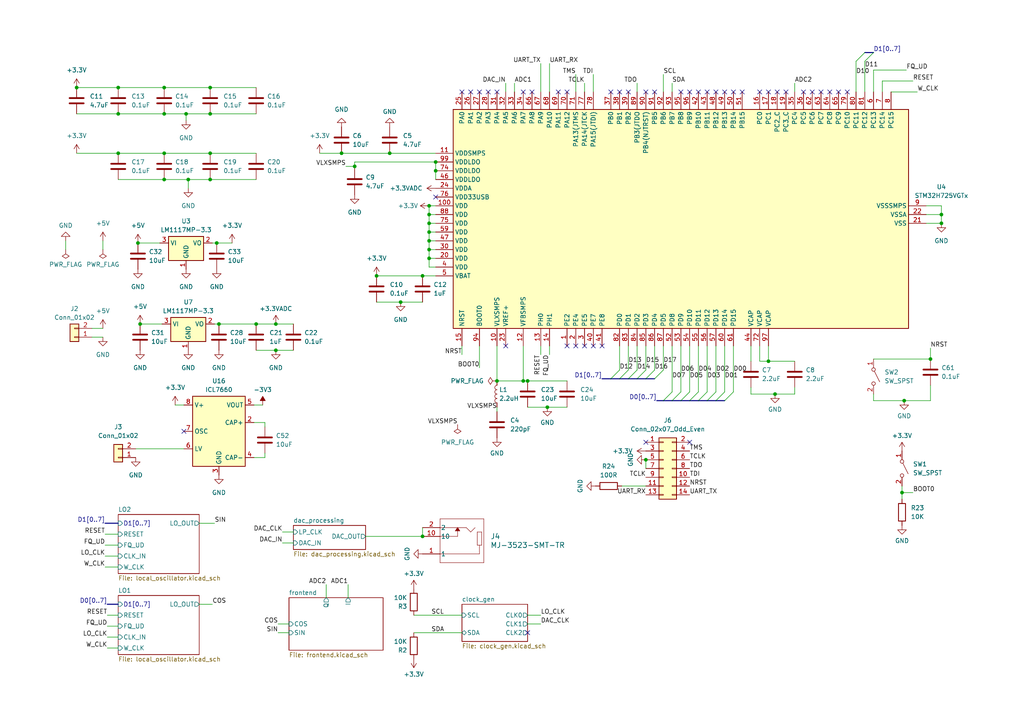
<source format=kicad_sch>
(kicad_sch (version 20230121) (generator eeschema)

  (uuid 8520eda6-8ea2-46c6-b936-856b6ab0ca14)

  (paper "A4")

  

  (junction (at 124.46 74.93) (diameter 0) (color 0 0 0 0)
    (uuid 001cb814-5c93-41d3-8de3-c74cb05c1abe)
  )
  (junction (at 269.875 104.14) (diameter 0) (color 0 0 0 0)
    (uuid 02269c7d-0ac2-4f74-90bf-c27c5cf06486)
  )
  (junction (at 261.62 142.875) (diameter 0) (color 0 0 0 0)
    (uuid 0cf4438e-91db-4980-a4ec-ab5fa16e846a)
  )
  (junction (at 124.46 64.77) (diameter 0) (color 0 0 0 0)
    (uuid 1abc60d4-acb4-4af5-bd6f-38e173967c6e)
  )
  (junction (at 124.46 69.85) (diameter 0) (color 0 0 0 0)
    (uuid 21851806-fb11-4180-9adf-e8afe0eafb3a)
  )
  (junction (at 47.625 44.45) (diameter 0) (color 0 0 0 0)
    (uuid 3538b336-3a6d-4b14-a22b-0172fd059099)
  )
  (junction (at 40.005 70.485) (diameter 0) (color 0 0 0 0)
    (uuid 3b1f6215-d663-486d-aa17-8bb5a267ab27)
  )
  (junction (at 34.29 33.02) (diameter 0) (color 0 0 0 0)
    (uuid 3d375a8d-5235-4abe-9f0c-2fa486086461)
  )
  (junction (at 60.96 25.4) (diameter 0) (color 0 0 0 0)
    (uuid 3da8f4dd-e12d-4946-a628-2f1baee6a4b3)
  )
  (junction (at 99.06 44.45) (diameter 0) (color 0 0 0 0)
    (uuid 40a800ec-d3f1-42ab-82c6-f1da8979ad5c)
  )
  (junction (at 54.61 52.07) (diameter 0) (color 0 0 0 0)
    (uuid 44336764-e33e-4f53-97e0-a2ee8b40f23e)
  )
  (junction (at 222.885 104.775) (diameter 0) (color 0 0 0 0)
    (uuid 48091bf6-aa66-4814-8e00-fc4c00e5dfd3)
  )
  (junction (at 116.205 87.63) (diameter 0) (color 0 0 0 0)
    (uuid 4dc8e745-7366-42db-a0e4-52ee9bc86b42)
  )
  (junction (at 102.87 48.26) (diameter 0) (color 0 0 0 0)
    (uuid 4e70bac6-5c01-4740-8ce9-0934b8286cde)
  )
  (junction (at 124.46 62.23) (diameter 0) (color 0 0 0 0)
    (uuid 588e6ae3-b50e-4ca4-b8a9-2ad2f39e77bc)
  )
  (junction (at 47.625 52.07) (diameter 0) (color 0 0 0 0)
    (uuid 5c712a11-d122-4a6a-9597-f76288cde5dc)
  )
  (junction (at 144.145 110.49) (diameter 0) (color 0 0 0 0)
    (uuid 5d3cf3e8-98f6-4d18-a6d5-a0095acf6686)
  )
  (junction (at 187.325 133.35) (diameter 0) (color 0 0 0 0)
    (uuid 6d3b4867-0c18-4d9f-8434-975e23063d19)
  )
  (junction (at 158.75 118.11) (diameter 0) (color 0 0 0 0)
    (uuid 6fb90090-24c9-4d35-ba6d-173d05da40d9)
  )
  (junction (at 40.64 93.98) (diameter 0) (color 0 0 0 0)
    (uuid 72d9a9f9-f7ba-42f6-888d-f185057727c2)
  )
  (junction (at 80.01 101.6) (diameter 0) (color 0 0 0 0)
    (uuid 73298084-1901-4033-b610-9a83e802c07b)
  )
  (junction (at 122.555 155.575) (diameter 0) (color 0 0 0 0)
    (uuid 742938b5-16b9-40ed-8784-5d23c51861d9)
  )
  (junction (at 124.46 59.69) (diameter 0) (color 0 0 0 0)
    (uuid 7561055b-a235-485c-b87b-483db59c957e)
  )
  (junction (at 47.625 33.02) (diameter 0) (color 0 0 0 0)
    (uuid 838387cb-c64a-4f52-abfc-73294c39deee)
  )
  (junction (at 224.79 114.3) (diameter 0) (color 0 0 0 0)
    (uuid 865f2b7f-ce2f-4db7-9711-8fe9aef01ceb)
  )
  (junction (at 62.865 70.485) (diameter 0) (color 0 0 0 0)
    (uuid 8c0c2c95-0b3a-4d21-8c4f-b6dc99656bbe)
  )
  (junction (at 22.225 25.4) (diameter 0) (color 0 0 0 0)
    (uuid 8d7884e2-9e69-4cc4-80ac-8c9a6c1fe1dc)
  )
  (junction (at 60.96 33.02) (diameter 0) (color 0 0 0 0)
    (uuid 90ab65b0-f8f7-487f-9e0c-ea09b825bcd4)
  )
  (junction (at 60.96 44.45) (diameter 0) (color 0 0 0 0)
    (uuid 93c72025-ab91-4d79-8f72-edf7856e5358)
  )
  (junction (at 60.96 52.07) (diameter 0) (color 0 0 0 0)
    (uuid a02ca9f6-9762-4055-b65f-b4439ef18e22)
  )
  (junction (at 124.46 72.39) (diameter 0) (color 0 0 0 0)
    (uuid a594be39-7435-4d88-aa0b-ded26c8ac536)
  )
  (junction (at 34.29 44.45) (diameter 0) (color 0 0 0 0)
    (uuid a5cc575d-3f7a-4f7f-a772-1618cb58e018)
  )
  (junction (at 47.625 25.4) (diameter 0) (color 0 0 0 0)
    (uuid ab9d855c-1c89-47fc-8e38-124e8f193189)
  )
  (junction (at 109.22 80.01) (diameter 0) (color 0 0 0 0)
    (uuid af3065ca-2b52-469c-9f9f-832f91433bb6)
  )
  (junction (at 262.255 116.205) (diameter 0) (color 0 0 0 0)
    (uuid b3466aa0-28cf-4fad-a34f-0efb0957e5a1)
  )
  (junction (at 53.975 33.02) (diameter 0) (color 0 0 0 0)
    (uuid ba5b02d6-7218-425d-8977-94ee7b8cffdb)
  )
  (junction (at 126.365 49.53) (diameter 0) (color 0 0 0 0)
    (uuid c70b992c-e8ce-4e41-aa34-a4edfd71a6be)
  )
  (junction (at 153.035 110.49) (diameter 0) (color 0 0 0 0)
    (uuid c960a969-32cf-418e-af14-61ad635466f7)
  )
  (junction (at 126.365 46.99) (diameter 0) (color 0 0 0 0)
    (uuid c9d78c12-006e-47e6-a062-32c72e5b3b25)
  )
  (junction (at 151.765 110.49) (diameter 0) (color 0 0 0 0)
    (uuid cd263ad6-4d51-4d96-9133-c0feb68ccd88)
  )
  (junction (at 273.05 62.23) (diameter 0) (color 0 0 0 0)
    (uuid dd7e7a68-86d7-4152-a3e7-977578c2e427)
  )
  (junction (at 63.5 93.98) (diameter 0) (color 0 0 0 0)
    (uuid deb7f2f4-9b94-4f2e-a601-93c479432f4f)
  )
  (junction (at 74.295 93.98) (diameter 0) (color 0 0 0 0)
    (uuid e057da7a-2092-4e25-825e-beafa7c25f9b)
  )
  (junction (at 122.555 80.01) (diameter 0) (color 0 0 0 0)
    (uuid e842e330-fd93-45ff-b16b-5fe40d5eea93)
  )
  (junction (at 34.29 25.4) (diameter 0) (color 0 0 0 0)
    (uuid e9666db9-042c-4b1a-a92c-ef04a3bedb20)
  )
  (junction (at 80.01 93.98) (diameter 0) (color 0 0 0 0)
    (uuid e9b40354-dbe3-484e-9240-fc5559c129a4)
  )
  (junction (at 124.46 67.31) (diameter 0) (color 0 0 0 0)
    (uuid ea3f3ed6-5138-4fd5-84a6-97a2c105e947)
  )
  (junction (at 273.05 64.77) (diameter 0) (color 0 0 0 0)
    (uuid f0821b5d-7a6b-4b3e-b9b9-3ee6a91b9743)
  )
  (junction (at 113.03 44.45) (diameter 0) (color 0 0 0 0)
    (uuid f9864fac-75b0-4bf2-bb0a-7d9f10a8186b)
  )

  (no_connect (at 189.865 26.67) (uuid 0727f6ce-f5d1-40b8-a1b9-8cccace60861))
  (no_connect (at 136.525 26.67) (uuid 165a6fc1-e603-48c3-a4ec-b866e2d8ed77))
  (no_connect (at 177.165 26.67) (uuid 17bcb4c2-8b43-4eb6-9a73-ae68fbb6f7d1))
  (no_connect (at 197.485 26.67) (uuid 1d356966-af4d-4028-be66-fbcdde81872f))
  (no_connect (at 225.425 26.67) (uuid 217a7215-8409-41ef-8bfe-ed7a16462c2b))
  (no_connect (at 182.245 26.67) (uuid 24177fbd-3b55-4c7e-a129-2edb4a615270))
  (no_connect (at 238.125 26.67) (uuid 2a17c08c-5a2a-423d-a483-30386384dd8c))
  (no_connect (at 179.705 26.67) (uuid 2a8fc393-6108-444b-95f8-aa3469b1b07e))
  (no_connect (at 187.325 128.27) (uuid 2c3a6b0a-9db7-4b4e-8200-c90c86604510))
  (no_connect (at 240.665 26.67) (uuid 30c2c9f2-353d-48bd-b297-1cbcd138381a))
  (no_connect (at 215.265 26.67) (uuid 374b91fd-fa1e-488d-8d42-bd8ce76597ff))
  (no_connect (at 187.325 26.67) (uuid 37c68efe-5367-4f94-aeb4-20d2868ca3db))
  (no_connect (at 212.725 26.67) (uuid 3880f4fa-1921-40b7-8425-22ff1a9b2d1a))
  (no_connect (at 200.025 128.27) (uuid 3ac13130-53ea-4459-9b85-7ce8e480d30d))
  (no_connect (at 139.065 26.67) (uuid 42cdd0bf-a15c-49c2-9414-8d5fbdf49ae6))
  (no_connect (at 174.625 100.33) (uuid 4587ac96-2e26-466d-8c8b-26147e50b3f7))
  (no_connect (at 202.565 26.67) (uuid 49301fa7-ceeb-4b75-b2a4-20f23a9fa8b0))
  (no_connect (at 233.045 26.67) (uuid 4940066c-7c0b-4774-95c2-a3f50416ca42))
  (no_connect (at 164.465 100.33) (uuid 4d30f582-80ed-45e7-b97f-42d524077300))
  (no_connect (at 245.745 26.67) (uuid 69aac2d3-58c1-417a-9624-d8d2739b2a2b))
  (no_connect (at 200.025 26.67) (uuid 6bc25d4e-77a2-431f-aa6b-efedbc68bea3))
  (no_connect (at 146.685 100.33) (uuid 7f3f8f32-06cc-4ec1-a0d8-d4807b2e4b9f))
  (no_connect (at 144.145 26.67) (uuid 85c471b9-388d-46f3-9b9b-40557dea8f08))
  (no_connect (at 133.985 26.67) (uuid a0b86e10-a303-49ed-8dc2-2b24b61039a7))
  (no_connect (at 154.305 26.67) (uuid a5dee010-33e1-4272-9fe2-35fcab34bc7f))
  (no_connect (at 53.34 125.095) (uuid a64a76e8-9a5a-4f45-988a-8820bf10304f))
  (no_connect (at 167.005 100.33) (uuid a8e4c826-f2ab-441f-a285-068daead4a44))
  (no_connect (at 141.605 26.67) (uuid af372112-9622-4b5e-900a-19e2518eb458))
  (no_connect (at 220.345 26.67) (uuid bf0be700-baad-4279-96f7-8e4610f637af))
  (no_connect (at 169.545 100.33) (uuid bf6e4b5e-74a2-44eb-b6a4-6e57007f095d))
  (no_connect (at 153.035 183.515) (uuid caca453d-d720-4bd6-a696-a2f4a1221b3d))
  (no_connect (at 243.205 26.67) (uuid ccc0fd35-1d9c-46aa-acfd-761bcecfa7f7))
  (no_connect (at 164.465 26.67) (uuid cd390bdd-c96b-4255-84e2-416eb891c1b7))
  (no_connect (at 207.645 26.67) (uuid d0e6da6f-6623-47d1-80a6-f99e4196b605))
  (no_connect (at 210.185 26.67) (uuid dbde3bb8-b67b-47e8-8994-94fa0444902d))
  (no_connect (at 227.965 26.67) (uuid e4e6b0a0-cf3d-45f5-9eb4-a138c45232bd))
  (no_connect (at 161.925 26.67) (uuid effdb286-6e6f-42f5-8296-1100f493f9d4))
  (no_connect (at 172.085 100.33) (uuid f2b485bf-6131-4f06-ba4c-db8f9f94d60d))
  (no_connect (at 222.885 26.67) (uuid f7855c29-209f-4d33-9531-236da7930a73))
  (no_connect (at 235.585 26.67) (uuid fa7da8f9-1d71-4aa5-a90b-b51ee4a94ccf))
  (no_connect (at 205.105 26.67) (uuid fb4145b5-5a33-4cd0-abc4-5a11c14c7523))
  (no_connect (at 126.365 57.15) (uuid fc3a6694-0742-4d97-987b-a9253fc6b6c8))
  (no_connect (at 151.765 26.67) (uuid fef954e6-47e3-4277-a0db-7b3a009faa20))

  (bus_entry (at 250.825 15.24) (size -2.54 2.54)
    (stroke (width 0) (type default))
    (uuid 021e4b3b-8d09-4316-8f41-73d86c78ffc1)
  )
  (bus_entry (at 200.025 116.205) (size 2.54 -2.54)
    (stroke (width 0) (type default))
    (uuid 0b6af008-a565-45a8-abf8-385c2cfa861d)
  )
  (bus_entry (at 189.865 109.855) (size 2.54 -2.54)
    (stroke (width 0) (type default))
    (uuid 14a89589-daa2-432c-a9e1-b0e6c2187069)
  )
  (bus_entry (at 197.485 116.205) (size 2.54 -2.54)
    (stroke (width 0) (type default))
    (uuid 1b852516-7be1-4396-a110-1923668f79ab)
  )
  (bus_entry (at 184.785 109.855) (size 2.54 -2.54)
    (stroke (width 0) (type default))
    (uuid 4eeae5aa-96ab-47a0-a751-d93a5d489009)
  )
  (bus_entry (at 253.365 15.24) (size -2.54 2.54)
    (stroke (width 0) (type default))
    (uuid 6c5cc3a8-f7b9-490c-ac1d-6fd800ab27e9)
  )
  (bus_entry (at 207.645 116.205) (size 2.54 -2.54)
    (stroke (width 0) (type default))
    (uuid 7cf97915-f2df-4e6c-9ed9-7b39e53e40c0)
  )
  (bus_entry (at 205.105 116.205) (size 2.54 -2.54)
    (stroke (width 0) (type default))
    (uuid 918b8e29-5d6b-46a2-af1c-dc235031dfb0)
  )
  (bus_entry (at 210.185 116.205) (size 2.54 -2.54)
    (stroke (width 0) (type default))
    (uuid a54c3241-8e7c-42b3-af18-5a3d5fc040d5)
  )
  (bus_entry (at 182.245 109.855) (size 2.54 -2.54)
    (stroke (width 0) (type default))
    (uuid ad5f066e-0ab2-4d90-a681-ad9ff92f3d8c)
  )
  (bus_entry (at 177.165 109.855) (size 2.54 -2.54)
    (stroke (width 0) (type default))
    (uuid b2cf3a6d-c1ba-4a6d-9c55-f47615007b9c)
  )
  (bus_entry (at 194.945 116.205) (size 2.54 -2.54)
    (stroke (width 0) (type default))
    (uuid babda99b-c307-4b99-bdfa-af35b37d4e58)
  )
  (bus_entry (at 192.405 116.205) (size 2.54 -2.54)
    (stroke (width 0) (type default))
    (uuid c6d056c5-8de8-4a4f-9872-5982d4c327f3)
  )
  (bus_entry (at 187.325 109.855) (size 2.54 -2.54)
    (stroke (width 0) (type default))
    (uuid e4e385fa-ea4d-4f0a-8526-e37e3348a633)
  )
  (bus_entry (at 202.565 116.205) (size 2.54 -2.54)
    (stroke (width 0) (type default))
    (uuid e743815d-6911-4e1b-a896-d6c4393399bd)
  )
  (bus_entry (at 179.705 109.855) (size 2.54 -2.54)
    (stroke (width 0) (type default))
    (uuid f422b12b-31f0-4dfc-8345-0d18f11ee3f6)
  )

  (wire (pts (xy 57.785 175.26) (xy 61.595 175.26))
    (stroke (width 0) (type default))
    (uuid 008bf9b0-751e-473f-bba2-f6166decf7e5)
  )
  (wire (pts (xy 100.33 48.26) (xy 102.87 48.26))
    (stroke (width 0) (type default))
    (uuid 00fe5160-496c-4c6d-8933-f37d3beab8ff)
  )
  (wire (pts (xy 22.225 44.45) (xy 34.29 44.45))
    (stroke (width 0) (type default))
    (uuid 01718aa2-a76a-42a6-be93-56d8780e391c)
  )
  (wire (pts (xy 74.295 101.6) (xy 80.01 101.6))
    (stroke (width 0) (type default))
    (uuid 01f470d8-13c2-4449-9d9f-b93c36338987)
  )
  (wire (pts (xy 80.01 101.6) (xy 85.09 101.6))
    (stroke (width 0) (type default))
    (uuid 0313fb54-f50c-44d4-8632-ed6dcd8a0f94)
  )
  (wire (pts (xy 81.915 157.48) (xy 85.09 157.48))
    (stroke (width 0) (type default))
    (uuid 0441fb4f-7791-43e9-8b78-8611e073ed95)
  )
  (wire (pts (xy 133.985 100.33) (xy 133.985 102.87))
    (stroke (width 0) (type default))
    (uuid 088d9ef7-53e6-4fbd-b966-39aba8c4b374)
  )
  (wire (pts (xy 151.765 100.33) (xy 151.765 110.49))
    (stroke (width 0) (type default))
    (uuid 08e87432-efd9-4eab-8154-17dfdde04ac3)
  )
  (wire (pts (xy 189.865 100.33) (xy 189.865 107.315))
    (stroke (width 0) (type default))
    (uuid 0b41133a-d9ae-4dbf-a450-5cd2bb2c95b9)
  )
  (wire (pts (xy 34.29 44.45) (xy 47.625 44.45))
    (stroke (width 0) (type default))
    (uuid 0dfbc6fe-874c-449b-b27d-2320e3622cad)
  )
  (wire (pts (xy 156.845 100.33) (xy 156.845 102.87))
    (stroke (width 0) (type default))
    (uuid 0e02dae2-f0d4-43d4-b9af-d62c5453899a)
  )
  (wire (pts (xy 158.75 118.11) (xy 164.465 118.11))
    (stroke (width 0) (type default))
    (uuid 0f3a7b17-673b-43a3-97b3-034aaa812707)
  )
  (wire (pts (xy 180.34 140.97) (xy 187.325 140.97))
    (stroke (width 0) (type default))
    (uuid 0f4013d0-9602-412f-ac3c-fae0b0eeab0d)
  )
  (wire (pts (xy 253.365 116.205) (xy 262.255 116.205))
    (stroke (width 0) (type default))
    (uuid 116c262a-ae2c-4042-9d69-b230f380e5e0)
  )
  (wire (pts (xy 212.725 100.33) (xy 212.725 113.665))
    (stroke (width 0) (type default))
    (uuid 117a8dcd-abba-4998-b3ad-7bd31b911f87)
  )
  (wire (pts (xy 255.905 23.495) (xy 264.795 23.495))
    (stroke (width 0) (type default))
    (uuid 122585e4-63f8-4df2-a88c-72d058bc4d04)
  )
  (wire (pts (xy 197.485 100.33) (xy 197.485 113.665))
    (stroke (width 0) (type default))
    (uuid 13778348-2c97-4aef-b0f4-7086b63cc0d9)
  )
  (wire (pts (xy 54.61 52.07) (xy 54.61 54.61))
    (stroke (width 0) (type default))
    (uuid 1548a193-8a4c-4278-b824-1e310e7264f6)
  )
  (wire (pts (xy 63.5 93.98) (xy 74.295 93.98))
    (stroke (width 0) (type default))
    (uuid 17234ab9-4e68-40d8-bfd6-96cf3f597eb8)
  )
  (wire (pts (xy 29.845 69.85) (xy 29.845 72.39))
    (stroke (width 0) (type default))
    (uuid 1ad3fd36-c4a8-4231-8ed3-4ff0182684a4)
  )
  (wire (pts (xy 210.185 100.33) (xy 210.185 113.665))
    (stroke (width 0) (type default))
    (uuid 1c37692f-f9c5-44bc-875b-a48486fe6f15)
  )
  (wire (pts (xy 116.205 87.63) (xy 122.555 87.63))
    (stroke (width 0) (type default))
    (uuid 1cd6958f-f7b1-46ad-9e2d-b6f9d0af553f)
  )
  (bus (pts (xy 184.785 109.855) (xy 182.245 109.855))
    (stroke (width 0) (type default))
    (uuid 21aa005e-9745-4fbe-96e6-94a538e7ead1)
  )

  (wire (pts (xy 159.385 18.415) (xy 159.385 26.67))
    (stroke (width 0) (type default))
    (uuid 22713bfd-a29c-4645-b2e8-2acecf96b1bd)
  )
  (wire (pts (xy 102.87 48.26) (xy 102.87 48.895))
    (stroke (width 0) (type default))
    (uuid 22e595d3-330c-40e6-8a5b-13f79d11b162)
  )
  (wire (pts (xy 76.835 132.715) (xy 76.835 131.445))
    (stroke (width 0) (type default))
    (uuid 2565eac8-4a85-4575-bfce-be0d3047ee60)
  )
  (wire (pts (xy 73.66 117.475) (xy 76.2 117.475))
    (stroke (width 0) (type default))
    (uuid 25df4cf1-9879-4e91-9206-99171ecc7832)
  )
  (wire (pts (xy 47.625 52.07) (xy 54.61 52.07))
    (stroke (width 0) (type default))
    (uuid 265c4cf9-1bd1-432d-b9f7-99f27519d326)
  )
  (wire (pts (xy 153.035 180.975) (xy 156.845 180.975))
    (stroke (width 0) (type default))
    (uuid 27152d4d-d5c4-46cc-a738-832dbe9b57b4)
  )
  (wire (pts (xy 40.64 93.98) (xy 46.99 93.98))
    (stroke (width 0) (type default))
    (uuid 291e40b1-bdc5-4cd2-b58e-e8189287c16c)
  )
  (wire (pts (xy 230.505 112.395) (xy 230.505 114.3))
    (stroke (width 0) (type default))
    (uuid 296bf757-3c0b-494e-92a3-e930d3ffbe50)
  )
  (wire (pts (xy 30.48 164.465) (xy 34.29 164.465))
    (stroke (width 0) (type default))
    (uuid 2b384ae0-314d-48e1-9144-1ecc4bcf11e1)
  )
  (wire (pts (xy 30.48 161.29) (xy 34.29 161.29))
    (stroke (width 0) (type default))
    (uuid 2da4d9c7-476d-4167-a419-e3f21966eea5)
  )
  (wire (pts (xy 34.29 33.02) (xy 47.625 33.02))
    (stroke (width 0) (type default))
    (uuid 2e5fef62-59a9-4e92-899d-402f64ea7c32)
  )
  (wire (pts (xy 144.145 110.49) (xy 151.765 110.49))
    (stroke (width 0) (type default))
    (uuid 2ed74cc9-bdac-4ace-a3ee-d157236c5f66)
  )
  (wire (pts (xy 113.03 44.45) (xy 126.365 44.45))
    (stroke (width 0) (type default))
    (uuid 2ee90013-c198-4329-a036-6175b68ce8ff)
  )
  (wire (pts (xy 62.865 70.485) (xy 67.31 70.485))
    (stroke (width 0) (type default))
    (uuid 30df5eba-74dc-4d9f-aff3-733dbcd8ea1e)
  )
  (wire (pts (xy 124.46 67.31) (xy 126.365 67.31))
    (stroke (width 0) (type default))
    (uuid 3140ea10-0181-47b3-b3aa-3b9b63f2971e)
  )
  (wire (pts (xy 122.555 155.575) (xy 122.555 153.035))
    (stroke (width 0) (type default))
    (uuid 315648d5-4b7f-45df-81be-e99cb49aeaab)
  )
  (wire (pts (xy 269.875 100.965) (xy 269.875 104.14))
    (stroke (width 0) (type default))
    (uuid 3275bf57-6d8a-4502-9d84-dbe40f682550)
  )
  (bus (pts (xy 190.5 116.205) (xy 192.405 116.205))
    (stroke (width 0) (type default))
    (uuid 33509e80-99e5-4935-a522-492f181e4793)
  )

  (wire (pts (xy 167.005 21.59) (xy 167.005 26.67))
    (stroke (width 0) (type default))
    (uuid 36cdb1e2-835f-4551-b6af-933fc5ef6ad8)
  )
  (wire (pts (xy 73.66 132.715) (xy 76.835 132.715))
    (stroke (width 0) (type default))
    (uuid 3a7e9a20-05ed-49b4-86d8-2a4b6c960f08)
  )
  (bus (pts (xy 202.565 116.205) (xy 205.105 116.205))
    (stroke (width 0) (type default))
    (uuid 3a7f7a07-b8fb-4789-b9a5-327320915e81)
  )

  (wire (pts (xy 159.385 100.33) (xy 159.385 102.87))
    (stroke (width 0) (type default))
    (uuid 3adb7d15-2c90-40bd-89ee-54ff0c0ff80f)
  )
  (wire (pts (xy 153.035 178.435) (xy 156.845 178.435))
    (stroke (width 0) (type default))
    (uuid 3b3a61a5-5925-450a-8702-08c4aa18616c)
  )
  (wire (pts (xy 73.66 122.555) (xy 76.835 122.555))
    (stroke (width 0) (type default))
    (uuid 3bba2f89-3156-443e-a87e-8d1a7765c5c3)
  )
  (wire (pts (xy 124.46 62.23) (xy 124.46 64.77))
    (stroke (width 0) (type default))
    (uuid 3d2ed7a4-9a04-4b56-bcb7-9740906bc54f)
  )
  (wire (pts (xy 144.145 100.33) (xy 144.145 110.49))
    (stroke (width 0) (type default))
    (uuid 420dddef-0744-4fb3-885e-502e8c78af8c)
  )
  (wire (pts (xy 124.46 59.69) (xy 124.46 62.23))
    (stroke (width 0) (type default))
    (uuid 4296e21d-41d2-46f1-8d5d-19df72276cc7)
  )
  (wire (pts (xy 222.885 104.775) (xy 230.505 104.775))
    (stroke (width 0) (type default))
    (uuid 452b51a6-e89b-4d40-88c4-8d69c29f8a94)
  )
  (wire (pts (xy 184.785 100.33) (xy 184.785 107.315))
    (stroke (width 0) (type default))
    (uuid 45733607-1753-498e-96d5-06fd99d2e0ee)
  )
  (wire (pts (xy 139.065 100.33) (xy 139.065 106.68))
    (stroke (width 0) (type default))
    (uuid 46103cef-9d7f-47ac-94e7-062e1e18e882)
  )
  (wire (pts (xy 47.625 44.45) (xy 60.96 44.45))
    (stroke (width 0) (type default))
    (uuid 4747e616-0a45-4d3f-8445-c43da4009ce1)
  )
  (wire (pts (xy 34.29 25.4) (xy 47.625 25.4))
    (stroke (width 0) (type default))
    (uuid 476be6b7-d6a3-4325-8eb7-c28ce4ca013b)
  )
  (wire (pts (xy 230.505 24.13) (xy 230.505 26.67))
    (stroke (width 0) (type default))
    (uuid 47debbbf-e7d4-451e-8558-3cb5354d6fbd)
  )
  (bus (pts (xy 250.825 15.24) (xy 253.365 15.24))
    (stroke (width 0) (type default))
    (uuid 4b24aa6f-1cf6-43fc-82aa-d93025ad6755)
  )

  (wire (pts (xy 81.915 154.305) (xy 85.09 154.305))
    (stroke (width 0) (type default))
    (uuid 4b906003-917c-47f0-9987-6ce18ac8b342)
  )
  (wire (pts (xy 22.225 25.4) (xy 34.29 25.4))
    (stroke (width 0) (type default))
    (uuid 4ba104ee-265a-40c0-bc34-f18274f74446)
  )
  (wire (pts (xy 217.805 114.3) (xy 224.79 114.3))
    (stroke (width 0) (type default))
    (uuid 4c034e18-c87d-4c35-892f-b890bfd57475)
  )
  (wire (pts (xy 124.46 74.93) (xy 126.365 74.93))
    (stroke (width 0) (type default))
    (uuid 4cc92071-cebf-4dcf-bede-fa5d86af8ec6)
  )
  (wire (pts (xy 261.62 140.97) (xy 261.62 142.875))
    (stroke (width 0) (type default))
    (uuid 4d2880b5-1f1f-4e21-91ee-b20df998b134)
  )
  (wire (pts (xy 182.245 100.33) (xy 182.245 107.315))
    (stroke (width 0) (type default))
    (uuid 4e9b59f8-48f9-4b6a-9afc-017005959450)
  )
  (wire (pts (xy 250.825 17.78) (xy 250.825 26.67))
    (stroke (width 0) (type default))
    (uuid 4fefafe4-00b6-4975-a245-47c1be851602)
  )
  (wire (pts (xy 248.285 17.78) (xy 248.285 26.67))
    (stroke (width 0) (type default))
    (uuid 50d6d376-f7ef-40cc-ada3-2133c2482f71)
  )
  (wire (pts (xy 60.96 44.45) (xy 74.295 44.45))
    (stroke (width 0) (type default))
    (uuid 50e36507-f631-4459-83e6-076bdd593fad)
  )
  (wire (pts (xy 62.23 93.98) (xy 63.5 93.98))
    (stroke (width 0) (type default))
    (uuid 512ca54d-c6e1-45c3-a855-6e9411e7ff26)
  )
  (wire (pts (xy 255.905 23.495) (xy 255.905 26.67))
    (stroke (width 0) (type default))
    (uuid 54aa8e66-7310-4aef-8a9b-afcdaf1ca7ca)
  )
  (wire (pts (xy 153.035 110.49) (xy 164.465 110.49))
    (stroke (width 0) (type default))
    (uuid 55034bb2-3bd4-4e57-9892-069c208a0dd8)
  )
  (wire (pts (xy 124.46 64.77) (xy 124.46 67.31))
    (stroke (width 0) (type default))
    (uuid 58ba9dd6-c923-4fc3-9262-c80051760892)
  )
  (wire (pts (xy 273.05 62.23) (xy 273.05 64.77))
    (stroke (width 0) (type default))
    (uuid 59f15ed5-eaff-4ba3-8b4c-582ba0dab034)
  )
  (wire (pts (xy 109.22 87.63) (xy 116.205 87.63))
    (stroke (width 0) (type default))
    (uuid 5ac88b3d-52ab-43e1-bfde-b1fd645afb6c)
  )
  (wire (pts (xy 53.975 33.02) (xy 53.975 34.925))
    (stroke (width 0) (type default))
    (uuid 5edb50c5-f169-4291-9f99-ab61cfe9d44f)
  )
  (wire (pts (xy 253.365 20.32) (xy 262.89 20.32))
    (stroke (width 0) (type default))
    (uuid 5f765a2a-a769-4c6f-be6f-0b932c505997)
  )
  (bus (pts (xy 189.865 109.855) (xy 187.325 109.855))
    (stroke (width 0) (type default))
    (uuid 603a6c24-cf75-44d3-a9c1-012d7a42f477)
  )

  (wire (pts (xy 124.46 67.31) (xy 124.46 69.85))
    (stroke (width 0) (type default))
    (uuid 6248f6f2-3a2f-428b-8786-570f66144971)
  )
  (wire (pts (xy 124.46 62.23) (xy 126.365 62.23))
    (stroke (width 0) (type default))
    (uuid 63f6725e-f2bc-4c77-b5b9-ee1a946fb971)
  )
  (wire (pts (xy 153.035 118.11) (xy 158.75 118.11))
    (stroke (width 0) (type default))
    (uuid 690b0891-6e49-4968-ad99-5a832704b013)
  )
  (wire (pts (xy 76.835 122.555) (xy 76.835 123.825))
    (stroke (width 0) (type default))
    (uuid 69100f14-c3ce-4ba7-bb91-a387301d3a9a)
  )
  (wire (pts (xy 124.46 72.39) (xy 124.46 74.93))
    (stroke (width 0) (type default))
    (uuid 6cca0439-2e13-47ee-a82b-2889ab25d75d)
  )
  (wire (pts (xy 122.555 80.01) (xy 126.365 80.01))
    (stroke (width 0) (type default))
    (uuid 6e8bac89-b1c1-4267-8604-6e72308dc755)
  )
  (bus (pts (xy 200.025 116.205) (xy 202.565 116.205))
    (stroke (width 0) (type default))
    (uuid 6f52eca9-96ae-4403-a39c-0b357dbcd1f2)
  )
  (bus (pts (xy 174.625 109.855) (xy 177.165 109.855))
    (stroke (width 0) (type default))
    (uuid 713b64e8-8ca1-4eaf-9ec5-0820cc848b34)
  )

  (wire (pts (xy 194.945 24.13) (xy 194.945 26.67))
    (stroke (width 0) (type default))
    (uuid 7189ad5f-3fb7-44e0-9221-fd66c3c65b10)
  )
  (wire (pts (xy 169.545 24.13) (xy 169.545 26.67))
    (stroke (width 0) (type default))
    (uuid 73e7ee22-908a-4f9d-82cf-2604f87b108a)
  )
  (wire (pts (xy 39.37 130.175) (xy 53.34 130.175))
    (stroke (width 0) (type default))
    (uuid 744b1f7c-9902-422c-9852-5a4e6ebca084)
  )
  (bus (pts (xy 194.945 116.205) (xy 197.485 116.205))
    (stroke (width 0) (type default))
    (uuid 76caf375-714c-4127-bded-e77229ac322c)
  )

  (wire (pts (xy 47.625 25.4) (xy 60.96 25.4))
    (stroke (width 0) (type default))
    (uuid 76d1bd6a-e4a2-4d58-bef6-5c2b70530c87)
  )
  (wire (pts (xy 124.46 74.93) (xy 124.46 77.47))
    (stroke (width 0) (type default))
    (uuid 76dbe8ad-347d-479d-9cd9-202b26f33e7f)
  )
  (wire (pts (xy 149.225 24.13) (xy 149.225 26.67))
    (stroke (width 0) (type default))
    (uuid 77085569-c675-4a8f-85b6-d0420304d191)
  )
  (wire (pts (xy 57.785 151.765) (xy 62.23 151.765))
    (stroke (width 0) (type default))
    (uuid 776c3ea8-e115-4b10-a8f7-ac042fd21e53)
  )
  (wire (pts (xy 205.105 100.33) (xy 205.105 113.665))
    (stroke (width 0) (type default))
    (uuid 788f7f29-72e5-4d2d-978c-e670a0ae3471)
  )
  (wire (pts (xy 253.365 104.14) (xy 269.875 104.14))
    (stroke (width 0) (type default))
    (uuid 78f0d6a0-f367-4ceb-b2e3-bedb9c7a50dc)
  )
  (wire (pts (xy 120.015 183.515) (xy 133.985 183.515))
    (stroke (width 0) (type default))
    (uuid 7a81338b-25f3-4735-a36b-8915d2a73e6a)
  )
  (wire (pts (xy 124.46 69.85) (xy 126.365 69.85))
    (stroke (width 0) (type default))
    (uuid 7bea1f84-d66d-414e-b0a1-d44c9218f280)
  )
  (wire (pts (xy 31.115 181.61) (xy 34.29 181.61))
    (stroke (width 0) (type default))
    (uuid 7c211524-01cf-49a7-9ce9-ab2e0aebea09)
  )
  (wire (pts (xy 80.645 180.975) (xy 83.82 180.975))
    (stroke (width 0) (type default))
    (uuid 7cb7676b-02b1-4a2c-a0a0-67c97d816003)
  )
  (bus (pts (xy 207.645 116.205) (xy 210.185 116.205))
    (stroke (width 0) (type default))
    (uuid 7f714cce-b08e-4f65-9fad-cd75cdc47919)
  )
  (bus (pts (xy 205.105 116.205) (xy 207.645 116.205))
    (stroke (width 0) (type default))
    (uuid 7fd82cfc-9271-4cc6-ab3f-8b6b724539e7)
  )

  (wire (pts (xy 124.46 69.85) (xy 124.46 72.39))
    (stroke (width 0) (type default))
    (uuid 803edbec-1f82-454f-87ea-d6cc9afffece)
  )
  (wire (pts (xy 61.595 70.485) (xy 62.865 70.485))
    (stroke (width 0) (type default))
    (uuid 808f4269-3e83-475c-9724-984d1eb95eef)
  )
  (wire (pts (xy 156.845 18.415) (xy 156.845 26.67))
    (stroke (width 0) (type default))
    (uuid 82a7a680-e38b-4df4-876c-bb8fe822801f)
  )
  (wire (pts (xy 40.005 70.485) (xy 46.355 70.485))
    (stroke (width 0) (type default))
    (uuid 87cfaa54-6cf6-433a-adb7-2c814c3928da)
  )
  (wire (pts (xy 268.605 64.77) (xy 273.05 64.77))
    (stroke (width 0) (type default))
    (uuid 899c45b2-fd7d-4b52-bc56-bb904869077d)
  )
  (bus (pts (xy 197.485 116.205) (xy 200.025 116.205))
    (stroke (width 0) (type default))
    (uuid 8c9e5402-89fe-4f72-ac0d-d7956934dcab)
  )

  (wire (pts (xy 187.325 133.35) (xy 187.325 135.89))
    (stroke (width 0) (type default))
    (uuid 8cd5ca62-f879-4e72-914a-61a01ad3fcad)
  )
  (wire (pts (xy 102.87 46.99) (xy 102.87 48.26))
    (stroke (width 0) (type default))
    (uuid 90b9bc12-e2a0-4982-8306-3012c591d8e4)
  )
  (wire (pts (xy 258.445 26.67) (xy 266.065 26.67))
    (stroke (width 0) (type default))
    (uuid 91513e1f-b4cb-48b4-948e-932e3b2b5f26)
  )
  (wire (pts (xy 92.71 44.45) (xy 99.06 44.45))
    (stroke (width 0) (type default))
    (uuid 91acc310-ddda-401b-9057-f83e0f2cf565)
  )
  (wire (pts (xy 269.875 111.76) (xy 269.875 116.205))
    (stroke (width 0) (type default))
    (uuid 94b88a9c-e058-47bd-9e75-db6190b32886)
  )
  (wire (pts (xy 144.145 118.11) (xy 144.145 119.38))
    (stroke (width 0) (type default))
    (uuid 94efca24-8024-4f8a-896b-e5a32e9d9eda)
  )
  (wire (pts (xy 19.05 69.85) (xy 19.05 72.39))
    (stroke (width 0) (type default))
    (uuid 96a9ff6b-36c1-4f06-8799-691147e0f795)
  )
  (wire (pts (xy 192.405 100.33) (xy 192.405 107.315))
    (stroke (width 0) (type default))
    (uuid 97655c28-e984-42a3-b86a-d14a7192b40c)
  )
  (wire (pts (xy 80.01 93.98) (xy 85.09 93.98))
    (stroke (width 0) (type default))
    (uuid 97bff4eb-03f7-4c93-9d4a-21b334447366)
  )
  (bus (pts (xy 182.245 109.855) (xy 179.705 109.855))
    (stroke (width 0) (type default))
    (uuid 9a6672c0-ca6f-4c64-b7e1-57e111f82d90)
  )

  (wire (pts (xy 60.96 52.07) (xy 74.295 52.07))
    (stroke (width 0) (type default))
    (uuid 9ae313f5-6623-4db7-9650-e64c2b83de44)
  )
  (wire (pts (xy 109.22 80.01) (xy 122.555 80.01))
    (stroke (width 0) (type default))
    (uuid 9e149619-9335-4459-ab78-457df7e7f2ae)
  )
  (wire (pts (xy 54.61 52.07) (xy 60.96 52.07))
    (stroke (width 0) (type default))
    (uuid 9eb47d19-2de0-4352-abc7-419d152a07fa)
  )
  (wire (pts (xy 194.945 100.33) (xy 194.945 113.665))
    (stroke (width 0) (type default))
    (uuid a5253059-72c4-4f22-a3de-f06c99268df7)
  )
  (wire (pts (xy 124.46 72.39) (xy 126.365 72.39))
    (stroke (width 0) (type default))
    (uuid a9355ad8-b477-4013-abc7-78c9ccf7f988)
  )
  (bus (pts (xy 187.325 109.855) (xy 184.785 109.855))
    (stroke (width 0) (type default))
    (uuid aa3f7690-761f-483b-a2e5-b5f6e0dea915)
  )

  (wire (pts (xy 26.67 95.25) (xy 29.845 95.25))
    (stroke (width 0) (type default))
    (uuid aa7ffc22-f39e-4d42-914e-9875e44ee917)
  )
  (bus (pts (xy 192.405 116.205) (xy 194.945 116.205))
    (stroke (width 0) (type default))
    (uuid ab330a08-915b-457d-bdcc-2808ce047bba)
  )

  (wire (pts (xy 126.365 49.53) (xy 126.365 52.07))
    (stroke (width 0) (type default))
    (uuid b02bf3e6-27c8-40ed-8b76-cf72348697d5)
  )
  (wire (pts (xy 124.46 64.77) (xy 126.365 64.77))
    (stroke (width 0) (type default))
    (uuid b0acb556-3004-4204-abfb-d6c39a4e2e59)
  )
  (wire (pts (xy 146.685 24.13) (xy 146.685 26.67))
    (stroke (width 0) (type default))
    (uuid b58aac5b-4355-4092-b5b6-265e0276c142)
  )
  (wire (pts (xy 184.785 24.13) (xy 184.785 26.67))
    (stroke (width 0) (type default))
    (uuid b8be2546-402a-47a0-9493-9972045e4288)
  )
  (wire (pts (xy 253.365 114.3) (xy 253.365 116.205))
    (stroke (width 0) (type default))
    (uuid b934ee1b-4012-4abf-a7ad-82f04b308b81)
  )
  (wire (pts (xy 222.885 100.33) (xy 222.885 104.775))
    (stroke (width 0) (type default))
    (uuid bc4d703c-b718-4ca3-8c4a-3b6c419ce138)
  )
  (wire (pts (xy 151.765 110.49) (xy 153.035 110.49))
    (stroke (width 0) (type default))
    (uuid bca68c97-f6e8-49bc-bb4d-2cb963fe9152)
  )
  (wire (pts (xy 268.605 62.23) (xy 273.05 62.23))
    (stroke (width 0) (type default))
    (uuid bd170868-283d-46b5-a048-3c07f42e7310)
  )
  (wire (pts (xy 220.345 104.775) (xy 220.345 100.33))
    (stroke (width 0) (type default))
    (uuid bd633e5a-f526-4bf8-9497-9aad40734dd9)
  )
  (wire (pts (xy 172.085 21.59) (xy 172.085 26.67))
    (stroke (width 0) (type default))
    (uuid bf9f3090-10b4-49da-99f6-4ed30f599238)
  )
  (wire (pts (xy 192.405 21.59) (xy 192.405 26.67))
    (stroke (width 0) (type default))
    (uuid c10bad34-a95a-41ac-8c0f-42dd9417f142)
  )
  (wire (pts (xy 60.96 25.4) (xy 74.295 25.4))
    (stroke (width 0) (type default))
    (uuid c1f5e75d-d454-4e35-b30d-1c70d728995b)
  )
  (wire (pts (xy 94.615 169.545) (xy 94.615 173.355))
    (stroke (width 0) (type default))
    (uuid c3c504d3-41d7-4867-baf9-54fd1241fc0f)
  )
  (wire (pts (xy 224.79 114.3) (xy 230.505 114.3))
    (stroke (width 0) (type default))
    (uuid c56328b4-8f0c-4fd1-9963-f3fd8f705d79)
  )
  (wire (pts (xy 34.29 52.07) (xy 47.625 52.07))
    (stroke (width 0) (type default))
    (uuid c9713222-616b-450b-9868-91a6f3ac66ff)
  )
  (wire (pts (xy 120.015 178.435) (xy 133.985 178.435))
    (stroke (width 0) (type default))
    (uuid c9d6a1e5-4dac-48bf-9922-70641a1db3c9)
  )
  (wire (pts (xy 99.06 44.45) (xy 113.03 44.45))
    (stroke (width 0) (type default))
    (uuid cb782c45-17f0-44e0-9b59-8fa38329209c)
  )
  (wire (pts (xy 217.805 112.395) (xy 217.805 114.3))
    (stroke (width 0) (type default))
    (uuid ccf34abd-2557-42ad-ae72-48b811a13349)
  )
  (wire (pts (xy 60.96 33.02) (xy 74.295 33.02))
    (stroke (width 0) (type default))
    (uuid cee7212b-f5f1-41eb-9e84-35ced318d06c)
  )
  (wire (pts (xy 261.62 142.875) (xy 261.62 144.78))
    (stroke (width 0) (type default))
    (uuid cf6ec405-8042-4cb3-997c-8a84c41e53c2)
  )
  (wire (pts (xy 47.625 33.02) (xy 53.975 33.02))
    (stroke (width 0) (type default))
    (uuid d1ad3ccb-4a86-405b-8ebd-aa9e82190451)
  )
  (wire (pts (xy 100.965 169.545) (xy 100.965 173.355))
    (stroke (width 0) (type default))
    (uuid d255c25b-8525-4b57-b89c-8292baf0c76d)
  )
  (wire (pts (xy 50.8 117.475) (xy 53.34 117.475))
    (stroke (width 0) (type default))
    (uuid d2ce610f-b97f-4245-920b-6e0b2de39510)
  )
  (wire (pts (xy 31.115 184.785) (xy 34.29 184.785))
    (stroke (width 0) (type default))
    (uuid d2cfcd2b-5a44-4984-a91d-824c97712957)
  )
  (bus (pts (xy 30.48 151.765) (xy 34.29 151.765))
    (stroke (width 0) (type default))
    (uuid d32d7d5d-acd6-411d-b254-19558b23bd4f)
  )
  (bus (pts (xy 177.165 109.855) (xy 179.705 109.855))
    (stroke (width 0) (type default))
    (uuid d3b978ec-284f-4c43-a9bb-372fd95cdb87)
  )
  (bus (pts (xy 31.115 175.26) (xy 34.29 175.26))
    (stroke (width 0) (type default))
    (uuid d3e9f452-2fea-44a6-9642-9a8f7572f958)
  )

  (wire (pts (xy 124.46 59.69) (xy 126.365 59.69))
    (stroke (width 0) (type default))
    (uuid d5caba2d-7a56-4260-b65f-f2fa911c8962)
  )
  (wire (pts (xy 261.62 142.875) (xy 264.795 142.875))
    (stroke (width 0) (type default))
    (uuid d71def75-9370-46c5-8c76-135b1d8af23a)
  )
  (wire (pts (xy 74.295 93.98) (xy 80.01 93.98))
    (stroke (width 0) (type default))
    (uuid d860942e-3612-465b-8c72-6799c14eb960)
  )
  (wire (pts (xy 26.67 97.79) (xy 29.845 97.79))
    (stroke (width 0) (type default))
    (uuid d9c36f22-ba71-4415-bf99-a4162e8696bb)
  )
  (wire (pts (xy 202.565 100.33) (xy 202.565 113.665))
    (stroke (width 0) (type default))
    (uuid db59045f-f77d-4f14-8d1f-c2a164aff384)
  )
  (wire (pts (xy 220.345 104.775) (xy 222.885 104.775))
    (stroke (width 0) (type default))
    (uuid de20f3dd-96f6-4414-86f1-a0816ae4b02c)
  )
  (wire (pts (xy 102.87 46.99) (xy 126.365 46.99))
    (stroke (width 0) (type default))
    (uuid deb49a09-4bb7-4c17-9576-b2b3198d3c61)
  )
  (wire (pts (xy 217.805 100.33) (xy 217.805 104.775))
    (stroke (width 0) (type default))
    (uuid e2d82e04-f908-4f95-8f68-f6e1a8ff797a)
  )
  (wire (pts (xy 187.325 100.33) (xy 187.325 107.315))
    (stroke (width 0) (type default))
    (uuid e3f98616-0122-4b36-a7f9-68d988d708ec)
  )
  (wire (pts (xy 80.645 183.515) (xy 83.82 183.515))
    (stroke (width 0) (type default))
    (uuid e4c81c55-d9e1-446c-90ba-9282981ef555)
  )
  (wire (pts (xy 31.115 178.435) (xy 34.29 178.435))
    (stroke (width 0) (type default))
    (uuid e72dbbc0-f44a-40d8-b5b2-89ac919f6997)
  )
  (wire (pts (xy 30.48 154.94) (xy 34.29 154.94))
    (stroke (width 0) (type default))
    (uuid e84f783d-c9b9-4198-9b34-edeee526e747)
  )
  (wire (pts (xy 22.225 33.02) (xy 34.29 33.02))
    (stroke (width 0) (type default))
    (uuid e89c46d1-b1c3-4768-8388-e1a87a62e9b8)
  )
  (wire (pts (xy 268.605 59.69) (xy 273.05 59.69))
    (stroke (width 0) (type default))
    (uuid e9a461a1-bb4d-4fee-bdbb-575a29606fc1)
  )
  (wire (pts (xy 269.875 116.205) (xy 262.255 116.205))
    (stroke (width 0) (type default))
    (uuid ea8b0936-0c4c-46d0-9397-fd941e1fc9c4)
  )
  (wire (pts (xy 179.705 100.33) (xy 179.705 107.315))
    (stroke (width 0) (type default))
    (uuid eb4b44b2-2d20-4cfa-8e3e-1d799893cfc3)
  )
  (wire (pts (xy 53.975 33.02) (xy 60.96 33.02))
    (stroke (width 0) (type default))
    (uuid ed8e564f-d6af-4ed2-b7ce-ee8bd3c3a728)
  )
  (wire (pts (xy 207.645 100.33) (xy 207.645 113.665))
    (stroke (width 0) (type default))
    (uuid f25106ca-da67-4298-b25a-035526708b7e)
  )
  (wire (pts (xy 31.115 187.96) (xy 34.29 187.96))
    (stroke (width 0) (type default))
    (uuid f3d87db2-ca24-4100-b418-71d70151b36f)
  )
  (wire (pts (xy 124.46 77.47) (xy 126.365 77.47))
    (stroke (width 0) (type default))
    (uuid f6a5fefd-096d-4d3f-b712-d1a063284580)
  )
  (wire (pts (xy 106.045 155.575) (xy 122.555 155.575))
    (stroke (width 0) (type default))
    (uuid f6b116fe-6769-4350-9ed7-a17bf7ecda03)
  )
  (wire (pts (xy 253.365 26.67) (xy 253.365 20.32))
    (stroke (width 0) (type default))
    (uuid f837b385-74b0-4a0e-aa7a-d12fd99fafb4)
  )
  (wire (pts (xy 30.48 158.115) (xy 34.29 158.115))
    (stroke (width 0) (type default))
    (uuid f896d739-c1f7-4c0b-8f91-59787ee2d1ee)
  )
  (wire (pts (xy 273.05 59.69) (xy 273.05 62.23))
    (stroke (width 0) (type default))
    (uuid fdd795e1-7c4a-4476-91f1-d608a7d92df8)
  )
  (wire (pts (xy 200.025 100.33) (xy 200.025 113.665))
    (stroke (width 0) (type default))
    (uuid fe7e5def-350a-43b3-9c0d-7e86657fcc3f)
  )
  (wire (pts (xy 126.365 46.99) (xy 126.365 49.53))
    (stroke (width 0) (type default))
    (uuid ff0d1719-4e17-4361-86ce-e53affa08f0a)
  )

  (label "D16" (at 189.865 107.315 0) (fields_autoplaced)
    (effects (font (size 1.27 1.27)) (justify left bottom))
    (uuid 0cc97e05-1ad2-43d2-a0a6-5d3a6804b32a)
  )
  (label "FQ_UD" (at 30.48 158.115 180) (fields_autoplaced)
    (effects (font (size 1.27 1.27)) (justify right bottom))
    (uuid 0ee9950e-e78e-4699-8692-2336be72478e)
  )
  (label "TDO" (at 200.025 135.89 0) (fields_autoplaced)
    (effects (font (size 1.27 1.27)) (justify left bottom))
    (uuid 1353756d-a1ea-443a-8d16-a83fecafc0e1)
  )
  (label "D13" (at 182.245 105.41 0) (fields_autoplaced)
    (effects (font (size 1.27 1.27)) (justify left bottom))
    (uuid 136ca363-3801-48de-ace2-8934c7eaa0fd)
  )
  (label "LO_CLK" (at 31.115 184.785 180) (fields_autoplaced)
    (effects (font (size 1.27 1.27)) (justify right bottom))
    (uuid 16f27903-73f2-45ef-ac7a-584c387935fd)
  )
  (label "SDA" (at 125.095 183.515 0) (fields_autoplaced)
    (effects (font (size 1.27 1.27)) (justify left bottom))
    (uuid 1804cf84-723a-4853-b1fa-78257a3d2fd9)
  )
  (label "DAC_CLK" (at 156.845 180.975 0) (fields_autoplaced)
    (effects (font (size 1.27 1.27)) (justify left bottom))
    (uuid 1ec27d7b-057d-4988-9487-90d56eea9fd6)
  )
  (label "D07" (at 194.945 109.855 0) (fields_autoplaced)
    (effects (font (size 1.27 1.27)) (justify left bottom))
    (uuid 208767d9-0782-4991-b026-50809ed6d2c3)
  )
  (label "UART_TX" (at 156.845 18.415 180) (fields_autoplaced)
    (effects (font (size 1.27 1.27)) (justify right bottom))
    (uuid 23292c87-c065-4b7d-a89f-fbe7c0b6d80b)
  )
  (label "FQ_UD" (at 262.89 20.32 0) (fields_autoplaced)
    (effects (font (size 1.27 1.27)) (justify left bottom))
    (uuid 284bff4b-84fd-4af3-b011-27ba70d7f28f)
  )
  (label "D12" (at 179.705 107.315 0) (fields_autoplaced)
    (effects (font (size 1.27 1.27)) (justify left bottom))
    (uuid 2d98890f-eb15-4538-818f-bfbd7a8046db)
  )
  (label "D06" (at 197.485 107.95 0) (fields_autoplaced)
    (effects (font (size 1.27 1.27)) (justify left bottom))
    (uuid 3222cf5d-dd0c-4744-bc36-ab614525d148)
  )
  (label "NRST" (at 200.025 140.97 0) (fields_autoplaced)
    (effects (font (size 1.27 1.27)) (justify left bottom))
    (uuid 3527851e-1ab8-48de-8209-3822a92eb4fd)
  )
  (label "D02" (at 207.645 107.95 0) (fields_autoplaced)
    (effects (font (size 1.27 1.27)) (justify left bottom))
    (uuid 357e217d-9886-4316-a0c8-763500709df1)
  )
  (label "D1[0..7]" (at 174.625 109.855 180) (fields_autoplaced)
    (effects (font (size 1.27 1.27)) (justify right bottom))
    (uuid 386a9653-856f-466a-bc0a-e063d310788b)
  )
  (label "D1[0..7]" (at 30.48 151.765 180) (fields_autoplaced)
    (effects (font (size 1.27 1.27)) (justify right bottom))
    (uuid 39616ec8-cf76-4c2b-b3c9-da100677c497)
  )
  (label "D00" (at 212.725 107.95 0) (fields_autoplaced)
    (effects (font (size 1.27 1.27)) (justify left bottom))
    (uuid 3a5adbf7-015c-4ee4-bdf8-b5c267c3359f)
  )
  (label "RESET" (at 156.845 102.87 270) (fields_autoplaced)
    (effects (font (size 1.27 1.27)) (justify right bottom))
    (uuid 3f351adf-26d2-48d9-98c9-a133ba9b5797)
  )
  (label "DAC_IN" (at 146.685 24.13 180) (fields_autoplaced)
    (effects (font (size 1.27 1.27)) (justify right bottom))
    (uuid 3fcd4679-dabf-413b-aadc-01f3e0650f53)
  )
  (label "COS" (at 61.595 175.26 0) (fields_autoplaced)
    (effects (font (size 1.27 1.27)) (justify left bottom))
    (uuid 42d77a54-60bb-47e6-85b6-60837c5bba6e)
  )
  (label "NRST" (at 133.985 102.87 180) (fields_autoplaced)
    (effects (font (size 1.27 1.27)) (justify right bottom))
    (uuid 43024080-4f2a-4ed1-a9b8-3eaefffac2f0)
  )
  (label "SCL" (at 192.405 21.59 0) (fields_autoplaced)
    (effects (font (size 1.27 1.27)) (justify left bottom))
    (uuid 47e7da09-b05e-438b-96f0-98b6b1864f3e)
  )
  (label "UART_TX" (at 200.025 143.51 0) (fields_autoplaced)
    (effects (font (size 1.27 1.27)) (justify left bottom))
    (uuid 4ab006dd-c5a0-4ec7-9acf-dc63f30e6bc6)
  )
  (label "D0[0..7]" (at 190.5 116.205 180) (fields_autoplaced)
    (effects (font (size 1.27 1.27)) (justify right bottom))
    (uuid 5069a904-4edd-456c-a9d3-773310889a62)
  )
  (label "UART_RX" (at 187.325 143.51 180) (fields_autoplaced)
    (effects (font (size 1.27 1.27)) (justify right bottom))
    (uuid 52418917-d29f-4a12-8615-f37b8666aa58)
  )
  (label "DAC_CLK" (at 81.915 154.305 180) (fields_autoplaced)
    (effects (font (size 1.27 1.27)) (justify right bottom))
    (uuid 569d78b1-86fd-4391-af51-5001898b5b80)
  )
  (label "D05" (at 200.025 109.855 0) (fields_autoplaced)
    (effects (font (size 1.27 1.27)) (justify left bottom))
    (uuid 59404c6b-8356-40a7-af66-088533ac6e2f)
  )
  (label "D10" (at 248.285 21.59 0) (fields_autoplaced)
    (effects (font (size 1.27 1.27)) (justify left bottom))
    (uuid 5a56d001-b18e-43ff-a039-c904cf7810f0)
  )
  (label "SIN" (at 80.645 183.515 180) (fields_autoplaced)
    (effects (font (size 1.27 1.27)) (justify right bottom))
    (uuid 5cb6cb7c-1401-4e8b-8a6e-d4af0543bc7a)
  )
  (label "RESET" (at 30.48 154.94 180) (fields_autoplaced)
    (effects (font (size 1.27 1.27)) (justify right bottom))
    (uuid 5e6947d7-1675-4e71-a305-2867960bb3e7)
  )
  (label "FQ_UD" (at 159.385 102.87 270) (fields_autoplaced)
    (effects (font (size 1.27 1.27)) (justify right bottom))
    (uuid 5eabd83a-cc4e-497d-b403-e729b0406619)
  )
  (label "TMS" (at 200.025 130.81 0) (fields_autoplaced)
    (effects (font (size 1.27 1.27)) (justify left bottom))
    (uuid 5f6b056e-4d8c-4c24-ae7d-58e21f93dcc6)
  )
  (label "TMS" (at 167.005 21.59 180) (fields_autoplaced)
    (effects (font (size 1.27 1.27)) (justify right bottom))
    (uuid 60eb1ef6-a546-4ed7-8782-6c388d61a39f)
  )
  (label "D11" (at 250.825 19.685 0) (fields_autoplaced)
    (effects (font (size 1.27 1.27)) (justify left bottom))
    (uuid 67eb8337-e7ad-41d4-b538-9a3118eb998b)
  )
  (label "COS" (at 80.645 180.975 180) (fields_autoplaced)
    (effects (font (size 1.27 1.27)) (justify right bottom))
    (uuid 683757d0-959f-411a-a3b1-b156e1da4bad)
  )
  (label "W_CLK" (at 30.48 164.465 180) (fields_autoplaced)
    (effects (font (size 1.27 1.27)) (justify right bottom))
    (uuid 6a33a368-2fe3-49ba-9465-1a71596312e9)
  )
  (label "NRST" (at 269.875 100.965 0) (fields_autoplaced)
    (effects (font (size 1.27 1.27)) (justify left bottom))
    (uuid 6df25595-04ce-4137-97ca-5cdca0609266)
  )
  (label "D17" (at 192.405 105.41 0) (fields_autoplaced)
    (effects (font (size 1.27 1.27)) (justify left bottom))
    (uuid 720108fa-d2a3-413a-bef7-48ee7fe86d0b)
  )
  (label "TDI" (at 172.085 21.59 180) (fields_autoplaced)
    (effects (font (size 1.27 1.27)) (justify right bottom))
    (uuid 77336b99-3bc4-4808-9e27-e0565e31ee23)
  )
  (label "RESET" (at 264.795 23.495 0) (fields_autoplaced)
    (effects (font (size 1.27 1.27)) (justify left bottom))
    (uuid 7a203a86-99fe-43f5-8b44-7e8e9946655e)
  )
  (label "UART_RX" (at 159.385 18.415 0) (fields_autoplaced)
    (effects (font (size 1.27 1.27)) (justify left bottom))
    (uuid 7c15be8f-94a1-4af6-8584-8a037a66a200)
  )
  (label "TCLK" (at 200.025 133.35 0) (fields_autoplaced)
    (effects (font (size 1.27 1.27)) (justify left bottom))
    (uuid 7cc80141-acb8-4a7b-a7dc-f3183d436c5a)
  )
  (label "BOOT0" (at 264.795 142.875 0) (fields_autoplaced)
    (effects (font (size 1.27 1.27)) (justify left bottom))
    (uuid 7d6cb3bc-3fdc-431f-8d6d-a02152744f42)
  )
  (label "D15" (at 187.325 105.41 0) (fields_autoplaced)
    (effects (font (size 1.27 1.27)) (justify left bottom))
    (uuid 7fb21cf5-5142-4aea-97a8-0e65750fff5b)
  )
  (label "TDO" (at 184.785 24.13 180) (fields_autoplaced)
    (effects (font (size 1.27 1.27)) (justify right bottom))
    (uuid 8ccb9113-9ca4-4199-80a0-f73a4f8db7fc)
  )
  (label "ADC1" (at 149.225 24.13 0) (fields_autoplaced)
    (effects (font (size 1.27 1.27)) (justify left bottom))
    (uuid 94a1540b-5866-4ca3-a5e6-1b2d2c79acd7)
  )
  (label "D0[0..7]" (at 31.115 175.26 180) (fields_autoplaced)
    (effects (font (size 1.27 1.27)) (justify right bottom))
    (uuid 979b3273-9702-4dcd-9da6-8fe9f3f68be2)
  )
  (label "SCL" (at 125.095 178.435 0) (fields_autoplaced)
    (effects (font (size 1.27 1.27)) (justify left bottom))
    (uuid a045a3c3-ba34-45d3-9cbc-f59463729e31)
  )
  (label "D04" (at 202.565 107.95 0) (fields_autoplaced)
    (effects (font (size 1.27 1.27)) (justify left bottom))
    (uuid a38ab6d5-cf1f-41a1-9d42-4e109fde707d)
  )
  (label "TCLK" (at 187.325 138.43 180) (fields_autoplaced)
    (effects (font (size 1.27 1.27)) (justify right bottom))
    (uuid a58ac8e3-57da-4f34-9122-65213b18d6b6)
  )
  (label "SDA" (at 194.945 24.13 0) (fields_autoplaced)
    (effects (font (size 1.27 1.27)) (justify left bottom))
    (uuid ad2d3d34-b541-4a21-8dc3-72cb1ba47090)
  )
  (label "W_CLK" (at 266.065 26.67 0) (fields_autoplaced)
    (effects (font (size 1.27 1.27)) (justify left bottom))
    (uuid b013ccef-9e3b-41d3-8baf-f301ca8f2ea7)
  )
  (label "LO_CLK" (at 156.845 178.435 0) (fields_autoplaced)
    (effects (font (size 1.27 1.27)) (justify left bottom))
    (uuid b2ef3e69-b0ed-47f0-b447-8b17f569502d)
  )
  (label "BOOT0" (at 139.065 106.68 180) (fields_autoplaced)
    (effects (font (size 1.27 1.27)) (justify right bottom))
    (uuid b4bb3974-50ab-466e-9ce7-507f052ca307)
  )
  (label "DAC_IN" (at 81.915 157.48 180) (fields_autoplaced)
    (effects (font (size 1.27 1.27)) (justify right bottom))
    (uuid bb2961a9-3e1b-4a8b-a164-305a7ac0e208)
  )
  (label "VLXSMPS" (at 144.145 118.745 180) (fields_autoplaced)
    (effects (font (size 1.27 1.27)) (justify right bottom))
    (uuid c437209d-92a2-432e-8c77-a97e7f119bb2)
  )
  (label "ADC2" (at 230.505 24.13 0) (fields_autoplaced)
    (effects (font (size 1.27 1.27)) (justify left bottom))
    (uuid c91343e6-3363-402e-9deb-de6e32e153e1)
  )
  (label "D1[0..7]" (at 253.365 15.24 0) (fields_autoplaced)
    (effects (font (size 1.27 1.27)) (justify left bottom))
    (uuid ca65fcef-d953-49b8-942f-15a1b6826d87)
  )
  (label "D14" (at 184.785 107.315 0) (fields_autoplaced)
    (effects (font (size 1.27 1.27)) (justify left bottom))
    (uuid ca69e687-33d6-4bca-9221-71c364a33d6a)
  )
  (label "VLXSMPS" (at 100.33 48.26 180) (fields_autoplaced)
    (effects (font (size 1.27 1.27)) (justify right bottom))
    (uuid ca6a1e89-f416-4e85-b04d-08d03677252c)
  )
  (label "ADC2" (at 94.615 169.545 180) (fields_autoplaced)
    (effects (font (size 1.27 1.27)) (justify right bottom))
    (uuid d361a781-7431-4540-91ac-78ef4158ebc5)
  )
  (label "SIN" (at 62.23 151.765 0) (fields_autoplaced)
    (effects (font (size 1.27 1.27)) (justify left bottom))
    (uuid d750d83d-f4ce-4c31-9c0c-ea518cac2a5d)
  )
  (label "W_CLK" (at 31.115 187.96 180) (fields_autoplaced)
    (effects (font (size 1.27 1.27)) (justify right bottom))
    (uuid d77a5f9b-1236-4964-9c8c-59de36f63e52)
  )
  (label "VLXSMPS" (at 132.715 123.19 180) (fields_autoplaced)
    (effects (font (size 1.27 1.27)) (justify right bottom))
    (uuid dc9074d7-6af7-4038-96c5-a9c15a39ee5b)
  )
  (label "LO_CLK" (at 30.48 161.29 180) (fields_autoplaced)
    (effects (font (size 1.27 1.27)) (justify right bottom))
    (uuid e1fcd62e-353b-4531-9b36-941bb5c003a8)
  )
  (label "TDI" (at 200.025 138.43 0) (fields_autoplaced)
    (effects (font (size 1.27 1.27)) (justify left bottom))
    (uuid e4695371-6ddc-4761-a8c7-6966105da25a)
  )
  (label "D01" (at 210.185 109.855 0) (fields_autoplaced)
    (effects (font (size 1.27 1.27)) (justify left bottom))
    (uuid e582c291-497c-4f28-a52e-eb457eb2cc24)
  )
  (label "TCLK" (at 169.545 24.13 180) (fields_autoplaced)
    (effects (font (size 1.27 1.27)) (justify right bottom))
    (uuid e8fbccad-d632-49cb-86c9-e860e526d0b9)
  )
  (label "ADC1" (at 100.965 169.545 180) (fields_autoplaced)
    (effects (font (size 1.27 1.27)) (justify right bottom))
    (uuid e935cc36-ac83-4c0b-9da8-f84016dbf75f)
  )
  (label "FQ_UD" (at 31.115 181.61 180) (fields_autoplaced)
    (effects (font (size 1.27 1.27)) (justify right bottom))
    (uuid f3033d1a-41aa-4ff4-bd83-75b150d0ad8d)
  )
  (label "D03" (at 205.105 109.855 0) (fields_autoplaced)
    (effects (font (size 1.27 1.27)) (justify left bottom))
    (uuid fa87a649-a34a-4f36-ab58-c87f48f395c1)
  )
  (label "RESET" (at 31.115 178.435 180) (fields_autoplaced)
    (effects (font (size 1.27 1.27)) (justify right bottom))
    (uuid fbf98af5-4555-48e2-91c7-0e71b4e624cf)
  )

  (symbol (lib_id "power:+3.3V") (at 50.8 117.475 0) (unit 1)
    (in_bom yes) (on_board yes) (dnp no) (fields_autoplaced)
    (uuid 0567d776-369c-44ef-b20a-62f1d20a9170)
    (property "Reference" "#PWR081" (at 50.8 121.285 0)
      (effects (font (size 1.27 1.27)) hide)
    )
    (property "Value" "+3.3V" (at 50.8 112.395 0)
      (effects (font (size 1.27 1.27)))
    )
    (property "Footprint" "" (at 50.8 117.475 0)
      (effects (font (size 1.27 1.27)) hide)
    )
    (property "Datasheet" "" (at 50.8 117.475 0)
      (effects (font (size 1.27 1.27)) hide)
    )
    (pin "1" (uuid 85272cfa-cbdf-42e0-bdc9-5c0c57959c7a))
    (instances
      (project "analog_frontend"
        (path "/8520eda6-8ea2-46c6-b936-856b6ab0ca14"
          (reference "#PWR081") (unit 1)
        )
      )
    )
  )

  (symbol (lib_id "power:GND") (at 54.61 54.61 0) (unit 1)
    (in_bom yes) (on_board yes) (dnp no) (fields_autoplaced)
    (uuid 072a0eaa-9683-4d50-bd3e-4eb59aa23e0e)
    (property "Reference" "#PWR024" (at 54.61 60.96 0)
      (effects (font (size 1.27 1.27)) hide)
    )
    (property "Value" "GND" (at 54.61 59.69 0)
      (effects (font (size 1.27 1.27)))
    )
    (property "Footprint" "" (at 54.61 54.61 0)
      (effects (font (size 1.27 1.27)) hide)
    )
    (property "Datasheet" "" (at 54.61 54.61 0)
      (effects (font (size 1.27 1.27)) hide)
    )
    (pin "1" (uuid 6019623f-790d-4a02-85cb-d95640103ea6))
    (instances
      (project "analog_frontend"
        (path "/8520eda6-8ea2-46c6-b936-856b6ab0ca14"
          (reference "#PWR024") (unit 1)
        )
      )
    )
  )

  (symbol (lib_id "Device:C") (at 40.64 97.79 0) (unit 1)
    (in_bom yes) (on_board yes) (dnp no) (fields_autoplaced)
    (uuid 11125d22-b09e-4fd9-91e5-ffda6bea0aff)
    (property "Reference" "C31" (at 43.815 96.52 0)
      (effects (font (size 1.27 1.27)) (justify left))
    )
    (property "Value" "10uF" (at 43.815 99.06 0)
      (effects (font (size 1.27 1.27)) (justify left))
    )
    (property "Footprint" "Capacitor_SMD:C_0805_2012Metric" (at 41.6052 101.6 0)
      (effects (font (size 1.27 1.27)) hide)
    )
    (property "Datasheet" "~" (at 40.64 97.79 0)
      (effects (font (size 1.27 1.27)) hide)
    )
    (pin "1" (uuid 7b7f4280-3e33-4e72-9d18-4a2e93380313))
    (pin "2" (uuid 6086be5c-c4dd-4e1e-95ee-e1405bb920e6))
    (instances
      (project "analog_frontend"
        (path "/8520eda6-8ea2-46c6-b936-856b6ab0ca14"
          (reference "C31") (unit 1)
        )
      )
    )
  )

  (symbol (lib_id "Switch:SW_SPST") (at 253.365 109.22 270) (unit 1)
    (in_bom yes) (on_board yes) (dnp no) (fields_autoplaced)
    (uuid 1421464e-384a-4dd7-b2af-ce78577def99)
    (property "Reference" "SW2" (at 256.54 107.95 90)
      (effects (font (size 1.27 1.27)) (justify left))
    )
    (property "Value" "SW_SPST" (at 256.54 110.49 90)
      (effects (font (size 1.27 1.27)) (justify left))
    )
    (property "Footprint" "footprints:PTS526SM15SMTR2LFS" (at 253.365 109.22 0)
      (effects (font (size 1.27 1.27)) hide)
    )
    (property "Datasheet" "~" (at 253.365 109.22 0)
      (effects (font (size 1.27 1.27)) hide)
    )
    (pin "1" (uuid b8411479-8ea0-485b-9d4b-702105001967))
    (pin "2" (uuid a14b33c2-11e9-4a2a-9caf-95d940f5b05d))
    (instances
      (project "analog_frontend"
        (path "/8520eda6-8ea2-46c6-b936-856b6ab0ca14"
          (reference "SW2") (unit 1)
        )
      )
    )
  )

  (symbol (lib_id "Device:R") (at 120.015 174.625 180) (unit 1)
    (in_bom yes) (on_board yes) (dnp no) (fields_autoplaced)
    (uuid 143c8351-1ced-4b6e-87b1-c2796e79e28a)
    (property "Reference" "R3" (at 118.11 175.895 0)
      (effects (font (size 1.27 1.27)) (justify left))
    )
    (property "Value" "10K" (at 118.11 173.355 0)
      (effects (font (size 1.27 1.27)) (justify left))
    )
    (property "Footprint" "Resistor_SMD:R_0805_2012Metric" (at 121.793 174.625 90)
      (effects (font (size 1.27 1.27)) hide)
    )
    (property "Datasheet" "~" (at 120.015 174.625 0)
      (effects (font (size 1.27 1.27)) hide)
    )
    (pin "1" (uuid 16c0abd7-17db-4ae2-a597-029504d97a31))
    (pin "2" (uuid e398dea3-8cdf-4b1a-b421-78de327b0938))
    (instances
      (project "analog_frontend"
        (path "/8520eda6-8ea2-46c6-b936-856b6ab0ca14"
          (reference "R3") (unit 1)
        )
      )
    )
  )

  (symbol (lib_id "power:GND") (at 273.05 64.77 0) (unit 1)
    (in_bom yes) (on_board yes) (dnp no) (fields_autoplaced)
    (uuid 16c31156-5a2c-4a3f-b2be-249a0019ef3a)
    (property "Reference" "#PWR014" (at 273.05 71.12 0)
      (effects (font (size 1.27 1.27)) hide)
    )
    (property "Value" "GND" (at 273.05 69.85 0)
      (effects (font (size 1.27 1.27)))
    )
    (property "Footprint" "" (at 273.05 64.77 0)
      (effects (font (size 1.27 1.27)) hide)
    )
    (property "Datasheet" "" (at 273.05 64.77 0)
      (effects (font (size 1.27 1.27)) hide)
    )
    (pin "1" (uuid 95b38ac5-e790-4b58-91d0-1f85056f39d0))
    (instances
      (project "analog_frontend"
        (path "/8520eda6-8ea2-46c6-b936-856b6ab0ca14"
          (reference "#PWR014") (unit 1)
        )
      )
    )
  )

  (symbol (lib_id "power:+3.3V") (at 92.71 44.45 0) (unit 1)
    (in_bom yes) (on_board yes) (dnp no) (fields_autoplaced)
    (uuid 1ab7572b-dee2-4b8c-a982-b34d58dc9169)
    (property "Reference" "#PWR016" (at 92.71 48.26 0)
      (effects (font (size 1.27 1.27)) hide)
    )
    (property "Value" "+3.3V" (at 92.71 39.37 0)
      (effects (font (size 1.27 1.27)))
    )
    (property "Footprint" "" (at 92.71 44.45 0)
      (effects (font (size 1.27 1.27)) hide)
    )
    (property "Datasheet" "" (at 92.71 44.45 0)
      (effects (font (size 1.27 1.27)) hide)
    )
    (pin "1" (uuid 395a5c3a-e672-42db-880a-a0c694a48285))
    (instances
      (project "analog_frontend"
        (path "/8520eda6-8ea2-46c6-b936-856b6ab0ca14"
          (reference "#PWR016") (unit 1)
        )
      )
    )
  )

  (symbol (lib_id "Device:C") (at 34.29 48.26 0) (unit 1)
    (in_bom yes) (on_board yes) (dnp no) (fields_autoplaced)
    (uuid 1c1eef8d-9b1e-43bb-b5af-4a9fcbceef8d)
    (property "Reference" "C17" (at 38.1 46.99 0)
      (effects (font (size 1.27 1.27)) (justify left))
    )
    (property "Value" "0.1uF" (at 38.1 49.53 0)
      (effects (font (size 1.27 1.27)) (justify left))
    )
    (property "Footprint" "Capacitor_SMD:C_0805_2012Metric" (at 35.2552 52.07 0)
      (effects (font (size 1.27 1.27)) hide)
    )
    (property "Datasheet" "~" (at 34.29 48.26 0)
      (effects (font (size 1.27 1.27)) hide)
    )
    (pin "1" (uuid cb1f4af3-3b1c-4084-8a74-e22a18136d16))
    (pin "2" (uuid 1faa8983-fb86-48fb-ae8d-6026fbe32963))
    (instances
      (project "analog_frontend"
        (path "/8520eda6-8ea2-46c6-b936-856b6ab0ca14"
          (reference "C17") (unit 1)
        )
      )
    )
  )

  (symbol (lib_id "power:GND") (at 40.005 78.105 0) (unit 1)
    (in_bom yes) (on_board yes) (dnp no) (fields_autoplaced)
    (uuid 1f47e02f-f0d5-4bf6-a00a-0ce1dfef8ce8)
    (property "Reference" "#PWR020" (at 40.005 84.455 0)
      (effects (font (size 1.27 1.27)) hide)
    )
    (property "Value" "GND" (at 40.005 83.185 0)
      (effects (font (size 1.27 1.27)))
    )
    (property "Footprint" "" (at 40.005 78.105 0)
      (effects (font (size 1.27 1.27)) hide)
    )
    (property "Datasheet" "" (at 40.005 78.105 0)
      (effects (font (size 1.27 1.27)) hide)
    )
    (pin "1" (uuid a7f0616e-037e-4442-a109-8ba52cc67c14))
    (instances
      (project "analog_frontend"
        (path "/8520eda6-8ea2-46c6-b936-856b6ab0ca14"
          (reference "#PWR020") (unit 1)
        )
      )
    )
  )

  (symbol (lib_id "power:-3V3") (at 76.2 117.475 0) (unit 1)
    (in_bom yes) (on_board yes) (dnp no) (fields_autoplaced)
    (uuid 22d05172-888f-42db-aea8-8dcb2aa501dd)
    (property "Reference" "#PWR082" (at 76.2 114.935 0)
      (effects (font (size 1.27 1.27)) hide)
    )
    (property "Value" "-3V3" (at 76.2 113.03 0)
      (effects (font (size 1.27 1.27)))
    )
    (property "Footprint" "" (at 76.2 117.475 0)
      (effects (font (size 1.27 1.27)) hide)
    )
    (property "Datasheet" "" (at 76.2 117.475 0)
      (effects (font (size 1.27 1.27)) hide)
    )
    (pin "1" (uuid 010baecb-4c69-42e8-a05b-04a880785a1d))
    (instances
      (project "analog_frontend"
        (path "/8520eda6-8ea2-46c6-b936-856b6ab0ca14"
          (reference "#PWR082") (unit 1)
        )
      )
    )
  )

  (symbol (lib_id "power:GND") (at 144.145 127 0) (unit 1)
    (in_bom yes) (on_board yes) (dnp no)
    (uuid 2420bfe6-8396-4bee-8274-5c8781dc5578)
    (property "Reference" "#PWR019" (at 144.145 133.35 0)
      (effects (font (size 1.27 1.27)) hide)
    )
    (property "Value" "GND" (at 144.145 131.445 0)
      (effects (font (size 1.27 1.27)))
    )
    (property "Footprint" "" (at 144.145 127 0)
      (effects (font (size 1.27 1.27)) hide)
    )
    (property "Datasheet" "" (at 144.145 127 0)
      (effects (font (size 1.27 1.27)) hide)
    )
    (pin "1" (uuid 6c20d561-70bc-4116-938b-4f5191fa31b4))
    (instances
      (project "analog_frontend"
        (path "/8520eda6-8ea2-46c6-b936-856b6ab0ca14"
          (reference "#PWR019") (unit 1)
        )
      )
    )
  )

  (symbol (lib_id "Device:R") (at 120.015 187.325 180) (unit 1)
    (in_bom yes) (on_board yes) (dnp no) (fields_autoplaced)
    (uuid 2a1c94f2-cf8a-4906-ba58-deeb4103d535)
    (property "Reference" "R2" (at 118.11 188.595 0)
      (effects (font (size 1.27 1.27)) (justify left))
    )
    (property "Value" "10K" (at 118.11 186.055 0)
      (effects (font (size 1.27 1.27)) (justify left))
    )
    (property "Footprint" "Resistor_SMD:R_0805_2012Metric" (at 121.793 187.325 90)
      (effects (font (size 1.27 1.27)) hide)
    )
    (property "Datasheet" "~" (at 120.015 187.325 0)
      (effects (font (size 1.27 1.27)) hide)
    )
    (pin "1" (uuid e0e32824-bab1-4ac4-ab42-a411b8370e15))
    (pin "2" (uuid 4c9c82dd-f7af-4d5c-a062-8dc8a4a3bdb9))
    (instances
      (project "analog_frontend"
        (path "/8520eda6-8ea2-46c6-b936-856b6ab0ca14"
          (reference "R2") (unit 1)
        )
      )
    )
  )

  (symbol (lib_id "Device:C") (at 74.295 29.21 0) (unit 1)
    (in_bom yes) (on_board yes) (dnp no) (fields_autoplaced)
    (uuid 2c7ced1a-495f-4916-aae0-40d04f12b42b)
    (property "Reference" "C16" (at 77.47 27.94 0)
      (effects (font (size 1.27 1.27)) (justify left))
    )
    (property "Value" "0.1uF" (at 77.47 30.48 0)
      (effects (font (size 1.27 1.27)) (justify left))
    )
    (property "Footprint" "Capacitor_SMD:C_0805_2012Metric" (at 75.2602 33.02 0)
      (effects (font (size 1.27 1.27)) hide)
    )
    (property "Datasheet" "~" (at 74.295 29.21 0)
      (effects (font (size 1.27 1.27)) hide)
    )
    (pin "1" (uuid 140b490e-f0ed-4151-a80f-da883206de27))
    (pin "2" (uuid fe387230-6db7-4da7-a384-3ab148dc5044))
    (instances
      (project "analog_frontend"
        (path "/8520eda6-8ea2-46c6-b936-856b6ab0ca14"
          (reference "C16") (unit 1)
        )
      )
    )
  )

  (symbol (lib_id "Device:C") (at 99.06 40.64 0) (unit 1)
    (in_bom yes) (on_board yes) (dnp no) (fields_autoplaced)
    (uuid 2d90f475-02eb-4623-8d2a-b1a10353ed9f)
    (property "Reference" "C6" (at 102.235 39.37 0)
      (effects (font (size 1.27 1.27)) (justify left))
    )
    (property "Value" "10uF" (at 102.235 41.91 0)
      (effects (font (size 1.27 1.27)) (justify left))
    )
    (property "Footprint" "Capacitor_SMD:C_0805_2012Metric" (at 100.0252 44.45 0)
      (effects (font (size 1.27 1.27)) hide)
    )
    (property "Datasheet" "~" (at 99.06 40.64 0)
      (effects (font (size 1.27 1.27)) hide)
    )
    (pin "1" (uuid 81ce0f30-669f-4fe3-b309-29809f1d0842))
    (pin "2" (uuid 4c0b850b-3e74-4c3e-87a7-bebc06121f18))
    (instances
      (project "analog_frontend"
        (path "/8520eda6-8ea2-46c6-b936-856b6ab0ca14"
          (reference "C6") (unit 1)
        )
      )
    )
  )

  (symbol (lib_id "power:+5V") (at 29.845 69.85 0) (unit 1)
    (in_bom yes) (on_board yes) (dnp no) (fields_autoplaced)
    (uuid 300ac6c5-5507-4939-bfdf-a5e9ae7eb6eb)
    (property "Reference" "#PWR030" (at 29.845 73.66 0)
      (effects (font (size 1.27 1.27)) hide)
    )
    (property "Value" "+5V" (at 29.845 64.77 0)
      (effects (font (size 1.27 1.27)))
    )
    (property "Footprint" "" (at 29.845 69.85 0)
      (effects (font (size 1.27 1.27)) hide)
    )
    (property "Datasheet" "" (at 29.845 69.85 0)
      (effects (font (size 1.27 1.27)) hide)
    )
    (pin "1" (uuid 9d339c12-f3c0-497e-8ace-0f3129904c68))
    (instances
      (project "analog_frontend"
        (path "/8520eda6-8ea2-46c6-b936-856b6ab0ca14"
          (reference "#PWR030") (unit 1)
        )
      )
    )
  )

  (symbol (lib_id "Device:C") (at 74.295 48.26 0) (unit 1)
    (in_bom yes) (on_board yes) (dnp no) (fields_autoplaced)
    (uuid 31116dde-3120-47bc-a993-b88da346565b)
    (property "Reference" "C20" (at 77.47 46.99 0)
      (effects (font (size 1.27 1.27)) (justify left))
    )
    (property "Value" "0.1uF" (at 77.47 49.53 0)
      (effects (font (size 1.27 1.27)) (justify left))
    )
    (property "Footprint" "Capacitor_SMD:C_0805_2012Metric" (at 75.2602 52.07 0)
      (effects (font (size 1.27 1.27)) hide)
    )
    (property "Datasheet" "~" (at 74.295 48.26 0)
      (effects (font (size 1.27 1.27)) hide)
    )
    (pin "1" (uuid dfe978a9-a691-492c-af55-fa333a1f13df))
    (pin "2" (uuid d578b45f-40e6-4843-a6ef-a2821fe93774))
    (instances
      (project "analog_frontend"
        (path "/8520eda6-8ea2-46c6-b936-856b6ab0ca14"
          (reference "C20") (unit 1)
        )
      )
    )
  )

  (symbol (lib_id "power:GND") (at 53.975 34.925 0) (unit 1)
    (in_bom yes) (on_board yes) (dnp no) (fields_autoplaced)
    (uuid 32b34497-6d6e-4b8d-97e8-af18e619a120)
    (property "Reference" "#PWR037" (at 53.975 41.275 0)
      (effects (font (size 1.27 1.27)) hide)
    )
    (property "Value" "GND" (at 53.975 40.005 0)
      (effects (font (size 1.27 1.27)))
    )
    (property "Footprint" "" (at 53.975 34.925 0)
      (effects (font (size 1.27 1.27)) hide)
    )
    (property "Datasheet" "" (at 53.975 34.925 0)
      (effects (font (size 1.27 1.27)) hide)
    )
    (pin "1" (uuid 83606023-41bb-4ccd-9118-c7cf9abe31fb))
    (instances
      (project "analog_frontend"
        (path "/8520eda6-8ea2-46c6-b936-856b6ab0ca14"
          (reference "#PWR037") (unit 1)
        )
      )
    )
  )

  (symbol (lib_id "power:+3.3VADC") (at 126.365 54.61 90) (unit 1)
    (in_bom yes) (on_board yes) (dnp no) (fields_autoplaced)
    (uuid 36668bd6-a60b-4792-8974-9284b6391f83)
    (property "Reference" "#PWR013" (at 127.635 50.8 0)
      (effects (font (size 1.27 1.27)) hide)
    )
    (property "Value" "+3.3VADC" (at 122.555 54.61 90)
      (effects (font (size 1.27 1.27)) (justify left))
    )
    (property "Footprint" "" (at 126.365 54.61 0)
      (effects (font (size 1.27 1.27)) hide)
    )
    (property "Datasheet" "" (at 126.365 54.61 0)
      (effects (font (size 1.27 1.27)) hide)
    )
    (pin "1" (uuid 9babc861-c066-49d9-af05-47293c11ffd1))
    (instances
      (project "analog_frontend"
        (path "/8520eda6-8ea2-46c6-b936-856b6ab0ca14"
          (reference "#PWR013") (unit 1)
        )
      )
    )
  )

  (symbol (lib_id "power:GND") (at 53.975 78.105 0) (unit 1)
    (in_bom yes) (on_board yes) (dnp no) (fields_autoplaced)
    (uuid 37be65b6-940e-4a8b-a36f-e010836bd0ff)
    (property "Reference" "#PWR029" (at 53.975 84.455 0)
      (effects (font (size 1.27 1.27)) hide)
    )
    (property "Value" "GND" (at 53.975 83.185 0)
      (effects (font (size 1.27 1.27)))
    )
    (property "Footprint" "" (at 53.975 78.105 0)
      (effects (font (size 1.27 1.27)) hide)
    )
    (property "Datasheet" "" (at 53.975 78.105 0)
      (effects (font (size 1.27 1.27)) hide)
    )
    (pin "1" (uuid 96b364af-2893-4ca1-8e89-c2d0874d7089))
    (instances
      (project "analog_frontend"
        (path "/8520eda6-8ea2-46c6-b936-856b6ab0ca14"
          (reference "#PWR029") (unit 1)
        )
      )
    )
  )

  (symbol (lib_id "Device:C") (at 113.03 40.64 0) (unit 1)
    (in_bom yes) (on_board yes) (dnp no) (fields_autoplaced)
    (uuid 3d438386-ed6e-43b4-82c2-58ab4a2ba7c0)
    (property "Reference" "C5" (at 116.84 39.37 0)
      (effects (font (size 1.27 1.27)) (justify left))
    )
    (property "Value" "4.7uF" (at 116.84 41.91 0)
      (effects (font (size 1.27 1.27)) (justify left))
    )
    (property "Footprint" "Capacitor_SMD:C_0805_2012Metric" (at 113.9952 44.45 0)
      (effects (font (size 1.27 1.27)) hide)
    )
    (property "Datasheet" "~" (at 113.03 40.64 0)
      (effects (font (size 1.27 1.27)) hide)
    )
    (pin "1" (uuid 1b7ec520-ae81-48c4-8061-c347b6022aad))
    (pin "2" (uuid 11d9b19e-4a6c-4cef-b0fa-0b801cd7d104))
    (instances
      (project "analog_frontend"
        (path "/8520eda6-8ea2-46c6-b936-856b6ab0ca14"
          (reference "C5") (unit 1)
        )
      )
    )
  )

  (symbol (lib_id "MJ-3523-SMT:MJ-3523-SMT-TR") (at 122.555 160.655 180) (unit 1)
    (in_bom yes) (on_board yes) (dnp no) (fields_autoplaced)
    (uuid 3d6dd491-694d-49d4-8e60-1f79a132e7b5)
    (property "Reference" "J4" (at 142.24 155.575 0)
      (effects (font (size 1.524 1.524)) (justify right))
    )
    (property "Value" "MJ-3523-SMT-TR" (at 142.24 158.115 0)
      (effects (font (size 1.524 1.524)) (justify right))
    )
    (property "Footprint" "footprints:CONN_MJ-3523_CUD" (at 122.555 160.655 0)
      (effects (font (size 1.27 1.27) italic) hide)
    )
    (property "Datasheet" "MJ-3523-SMT-TR" (at 122.555 160.655 0)
      (effects (font (size 1.27 1.27) italic) hide)
    )
    (pin "1" (uuid 350d67fc-a8ca-4d3e-9ae4-8b42ae043c6e))
    (pin "10" (uuid 35ff4907-e0e3-4ed3-8236-e99944700fa0))
    (pin "2" (uuid 3198312b-a65b-4504-94f9-a42e77ab740e))
    (instances
      (project "analog_frontend"
        (path "/8520eda6-8ea2-46c6-b936-856b6ab0ca14"
          (reference "J4") (unit 1)
        )
      )
    )
  )

  (symbol (lib_id "power:GND") (at 172.72 140.97 270) (unit 1)
    (in_bom yes) (on_board yes) (dnp no)
    (uuid 4032b3be-b9e7-431c-8fbb-67a434899748)
    (property "Reference" "#PWR0115" (at 166.37 140.97 0)
      (effects (font (size 1.27 1.27)) hide)
    )
    (property "Value" "GND" (at 168.275 140.97 0)
      (effects (font (size 1.27 1.27)))
    )
    (property "Footprint" "" (at 172.72 140.97 0)
      (effects (font (size 1.27 1.27)) hide)
    )
    (property "Datasheet" "" (at 172.72 140.97 0)
      (effects (font (size 1.27 1.27)) hide)
    )
    (pin "1" (uuid fe551d62-191f-4565-80e4-40cdca4aec08))
    (instances
      (project "analog_frontend"
        (path "/8520eda6-8ea2-46c6-b936-856b6ab0ca14"
          (reference "#PWR0115") (unit 1)
        )
      )
    )
  )

  (symbol (lib_id "power:GND") (at 80.01 101.6 0) (unit 1)
    (in_bom yes) (on_board yes) (dnp no) (fields_autoplaced)
    (uuid 43886564-2cad-475f-90f7-fbc6daf407e6)
    (property "Reference" "#PWR038" (at 80.01 107.95 0)
      (effects (font (size 1.27 1.27)) hide)
    )
    (property "Value" "GND" (at 80.01 106.68 0)
      (effects (font (size 1.27 1.27)))
    )
    (property "Footprint" "" (at 80.01 101.6 0)
      (effects (font (size 1.27 1.27)) hide)
    )
    (property "Datasheet" "" (at 80.01 101.6 0)
      (effects (font (size 1.27 1.27)) hide)
    )
    (pin "1" (uuid 01197411-22fb-456b-af41-c4d92a4a5743))
    (instances
      (project "analog_frontend"
        (path "/8520eda6-8ea2-46c6-b936-856b6ab0ca14"
          (reference "#PWR038") (unit 1)
        )
      )
    )
  )

  (symbol (lib_id "Device:C") (at 76.835 127.635 0) (unit 1)
    (in_bom yes) (on_board yes) (dnp no) (fields_autoplaced)
    (uuid 43d0e7c4-a4d9-4e20-927e-46b372f4a652)
    (property "Reference" "C52" (at 80.01 126.365 0)
      (effects (font (size 1.27 1.27)) (justify left))
    )
    (property "Value" "10uF" (at 80.01 128.905 0)
      (effects (font (size 1.27 1.27)) (justify left))
    )
    (property "Footprint" "Capacitor_SMD:C_0805_2012Metric" (at 77.8002 131.445 0)
      (effects (font (size 1.27 1.27)) hide)
    )
    (property "Datasheet" "~" (at 76.835 127.635 0)
      (effects (font (size 1.27 1.27)) hide)
    )
    (pin "1" (uuid b2ed4b1f-a061-4deb-b8df-0cbfe92d130b))
    (pin "2" (uuid b7b73db7-1313-47c3-89c6-25dd8ada5a58))
    (instances
      (project "analog_frontend"
        (path "/8520eda6-8ea2-46c6-b936-856b6ab0ca14"
          (reference "C52") (unit 1)
        )
      )
    )
  )

  (symbol (lib_id "power:GND") (at 63.5 137.795 0) (unit 1)
    (in_bom yes) (on_board yes) (dnp no) (fields_autoplaced)
    (uuid 473a5897-e3ea-4b30-aa55-7dc050668ae3)
    (property "Reference" "#PWR083" (at 63.5 144.145 0)
      (effects (font (size 1.27 1.27)) hide)
    )
    (property "Value" "GND" (at 63.5 142.875 0)
      (effects (font (size 1.27 1.27)))
    )
    (property "Footprint" "" (at 63.5 137.795 0)
      (effects (font (size 1.27 1.27)) hide)
    )
    (property "Datasheet" "" (at 63.5 137.795 0)
      (effects (font (size 1.27 1.27)) hide)
    )
    (pin "1" (uuid 7b2de744-1e8f-435f-b0a4-2d94ac3369d9))
    (instances
      (project "analog_frontend"
        (path "/8520eda6-8ea2-46c6-b936-856b6ab0ca14"
          (reference "#PWR083") (unit 1)
        )
      )
    )
  )

  (symbol (lib_id "Device:C") (at 164.465 114.3 0) (unit 1)
    (in_bom yes) (on_board yes) (dnp no) (fields_autoplaced)
    (uuid 479f718d-48e9-47a9-8b0c-a64ca51437ab)
    (property "Reference" "C24" (at 168.275 113.03 0)
      (effects (font (size 1.27 1.27)) (justify left))
    )
    (property "Value" "10uF" (at 168.275 115.57 0)
      (effects (font (size 1.27 1.27)) (justify left))
    )
    (property "Footprint" "Capacitor_SMD:CP_Elec_5x5.3" (at 165.4302 118.11 0)
      (effects (font (size 1.27 1.27)) hide)
    )
    (property "Datasheet" "~" (at 164.465 114.3 0)
      (effects (font (size 1.27 1.27)) hide)
    )
    (pin "1" (uuid b8d00833-0f9e-4cd9-8b40-a4fb7cf74d47))
    (pin "2" (uuid 8e67c7ea-9408-4339-8024-ddbd263075e4))
    (instances
      (project "analog_frontend"
        (path "/8520eda6-8ea2-46c6-b936-856b6ab0ca14"
          (reference "C24") (unit 1)
        )
      )
    )
  )

  (symbol (lib_id "Device:C") (at 122.555 83.82 0) (unit 1)
    (in_bom yes) (on_board yes) (dnp no) (fields_autoplaced)
    (uuid 492ac7cf-a7e2-46aa-82b1-f013b23c7de4)
    (property "Reference" "C12" (at 125.73 82.55 0)
      (effects (font (size 1.27 1.27)) (justify left))
    )
    (property "Value" "1uF" (at 125.73 85.09 0)
      (effects (font (size 1.27 1.27)) (justify left))
    )
    (property "Footprint" "Capacitor_SMD:C_0805_2012Metric" (at 123.5202 87.63 0)
      (effects (font (size 1.27 1.27)) hide)
    )
    (property "Datasheet" "~" (at 122.555 83.82 0)
      (effects (font (size 1.27 1.27)) hide)
    )
    (pin "1" (uuid dff8870c-2810-477a-a514-04d149b698a5))
    (pin "2" (uuid 9e6dc796-a404-442d-a81d-e585aedd619e))
    (instances
      (project "analog_frontend"
        (path "/8520eda6-8ea2-46c6-b936-856b6ab0ca14"
          (reference "C12") (unit 1)
        )
      )
    )
  )

  (symbol (lib_id "power:GND") (at 262.255 116.205 0) (unit 1)
    (in_bom yes) (on_board yes) (dnp no)
    (uuid 49308f3c-13f7-40eb-9011-83a208feed1c)
    (property "Reference" "#PWR0102" (at 262.255 122.555 0)
      (effects (font (size 1.27 1.27)) hide)
    )
    (property "Value" "GND" (at 262.255 120.65 0)
      (effects (font (size 1.27 1.27)))
    )
    (property "Footprint" "" (at 262.255 116.205 0)
      (effects (font (size 1.27 1.27)) hide)
    )
    (property "Datasheet" "" (at 262.255 116.205 0)
      (effects (font (size 1.27 1.27)) hide)
    )
    (pin "1" (uuid bab0e09f-4e81-4a63-af91-e70de48a74d3))
    (instances
      (project "analog_frontend"
        (path "/8520eda6-8ea2-46c6-b936-856b6ab0ca14"
          (reference "#PWR0102") (unit 1)
        )
      )
    )
  )

  (symbol (lib_id "power:GND") (at 187.325 133.35 270) (unit 1)
    (in_bom yes) (on_board yes) (dnp no)
    (uuid 494cc781-505d-4806-bd8d-668444c834c8)
    (property "Reference" "#PWR0110" (at 180.975 133.35 0)
      (effects (font (size 1.27 1.27)) hide)
    )
    (property "Value" "GND" (at 182.88 133.35 0)
      (effects (font (size 1.27 1.27)))
    )
    (property "Footprint" "" (at 187.325 133.35 0)
      (effects (font (size 1.27 1.27)) hide)
    )
    (property "Datasheet" "" (at 187.325 133.35 0)
      (effects (font (size 1.27 1.27)) hide)
    )
    (pin "1" (uuid eecc2f2a-3922-416b-a41e-10a4f717f8db))
    (instances
      (project "analog_frontend"
        (path "/8520eda6-8ea2-46c6-b936-856b6ab0ca14"
          (reference "#PWR0110") (unit 1)
        )
      )
    )
  )

  (symbol (lib_id "power:GND") (at 102.87 56.515 0) (unit 1)
    (in_bom yes) (on_board yes) (dnp no) (fields_autoplaced)
    (uuid 49527ca6-3400-4b4b-b855-4a2c0c2d276d)
    (property "Reference" "#PWR022" (at 102.87 62.865 0)
      (effects (font (size 1.27 1.27)) hide)
    )
    (property "Value" "GND" (at 102.87 61.595 0)
      (effects (font (size 1.27 1.27)))
    )
    (property "Footprint" "" (at 102.87 56.515 0)
      (effects (font (size 1.27 1.27)) hide)
    )
    (property "Datasheet" "" (at 102.87 56.515 0)
      (effects (font (size 1.27 1.27)) hide)
    )
    (pin "1" (uuid 50cd5af3-2fce-4d11-a565-2141f609f829))
    (instances
      (project "analog_frontend"
        (path "/8520eda6-8ea2-46c6-b936-856b6ab0ca14"
          (reference "#PWR022") (unit 1)
        )
      )
    )
  )

  (symbol (lib_id "power:+5V") (at 40.005 70.485 0) (unit 1)
    (in_bom yes) (on_board yes) (dnp no) (fields_autoplaced)
    (uuid 4c535137-edfa-4f53-8aa5-b46423a11053)
    (property "Reference" "#PWR012" (at 40.005 74.295 0)
      (effects (font (size 1.27 1.27)) hide)
    )
    (property "Value" "+5V" (at 40.005 65.405 0)
      (effects (font (size 1.27 1.27)))
    )
    (property "Footprint" "" (at 40.005 70.485 0)
      (effects (font (size 1.27 1.27)) hide)
    )
    (property "Datasheet" "" (at 40.005 70.485 0)
      (effects (font (size 1.27 1.27)) hide)
    )
    (pin "1" (uuid 574d0923-604c-4568-8c01-c2f1d37d89b6))
    (instances
      (project "analog_frontend"
        (path "/8520eda6-8ea2-46c6-b936-856b6ab0ca14"
          (reference "#PWR012") (unit 1)
        )
      )
    )
  )

  (symbol (lib_id "Regulator_Linear:LM1117MP-3.3") (at 53.975 70.485 0) (unit 1)
    (in_bom yes) (on_board yes) (dnp no) (fields_autoplaced)
    (uuid 4daa880a-02d6-4939-b921-ccb48dc3c787)
    (property "Reference" "U3" (at 53.975 64.135 0)
      (effects (font (size 1.27 1.27)))
    )
    (property "Value" "LM1117MP-3.3" (at 53.975 66.675 0)
      (effects (font (size 1.27 1.27)))
    )
    (property "Footprint" "Package_TO_SOT_SMD:SOT-223-3_TabPin2" (at 53.975 70.485 0)
      (effects (font (size 1.27 1.27)) hide)
    )
    (property "Datasheet" "http://www.ti.com/lit/ds/symlink/lm1117.pdf" (at 53.975 70.485 0)
      (effects (font (size 1.27 1.27)) hide)
    )
    (pin "1" (uuid f5e85059-707f-4f95-8bd9-235b1c0b34a9))
    (pin "2" (uuid ad79ac95-b238-4778-806a-bb4e741f6657))
    (pin "3" (uuid 339aab58-e34c-47cf-8f77-e06d5b891326))
    (instances
      (project "analog_frontend"
        (path "/8520eda6-8ea2-46c6-b936-856b6ab0ca14"
          (reference "U3") (unit 1)
        )
      )
    )
  )

  (symbol (lib_id "Device:C") (at 62.865 74.295 0) (unit 1)
    (in_bom yes) (on_board yes) (dnp no)
    (uuid 52c20adf-6094-4cdf-b334-4a1eddfbfd85)
    (property "Reference" "C33" (at 66.04 73.025 0)
      (effects (font (size 1.27 1.27)) (justify left))
    )
    (property "Value" "10uF" (at 66.04 75.565 0)
      (effects (font (size 1.27 1.27)) (justify left))
    )
    (property "Footprint" "Capacitor_SMD:C_0805_2012Metric" (at 63.8302 78.105 0)
      (effects (font (size 1.27 1.27)) hide)
    )
    (property "Datasheet" "~" (at 62.865 74.295 0)
      (effects (font (size 1.27 1.27)) hide)
    )
    (pin "1" (uuid 369e6f74-e088-4772-9dcd-82624971b8da))
    (pin "2" (uuid 02849674-756a-4690-bba8-f05fa8b97760))
    (instances
      (project "analog_frontend"
        (path "/8520eda6-8ea2-46c6-b936-856b6ab0ca14"
          (reference "C33") (unit 1)
        )
      )
    )
  )

  (symbol (lib_id "Device:C") (at 230.505 108.585 0) (unit 1)
    (in_bom yes) (on_board yes) (dnp no) (fields_autoplaced)
    (uuid 58436d8a-8249-4d7c-a06a-9ddb2c4442a2)
    (property "Reference" "C8" (at 233.68 107.315 0)
      (effects (font (size 1.27 1.27)) (justify left))
    )
    (property "Value" "2.2uF" (at 233.68 109.855 0)
      (effects (font (size 1.27 1.27)) (justify left))
    )
    (property "Footprint" "Capacitor_SMD:C_0805_2012Metric" (at 231.4702 112.395 0)
      (effects (font (size 1.27 1.27)) hide)
    )
    (property "Datasheet" "~" (at 230.505 108.585 0)
      (effects (font (size 1.27 1.27)) hide)
    )
    (pin "1" (uuid 9fa95d5e-dd51-4108-b8d5-b2467bfc5c8c))
    (pin "2" (uuid b20da9b9-cc87-4608-8ba1-e5bd2283fc0f))
    (instances
      (project "analog_frontend"
        (path "/8520eda6-8ea2-46c6-b936-856b6ab0ca14"
          (reference "C8") (unit 1)
        )
      )
    )
  )

  (symbol (lib_id "power:GND") (at 261.62 152.4 0) (unit 1)
    (in_bom yes) (on_board yes) (dnp no)
    (uuid 622ee5b7-0a99-449a-9c01-d78641bc1595)
    (property "Reference" "#PWR0103" (at 261.62 158.75 0)
      (effects (font (size 1.27 1.27)) hide)
    )
    (property "Value" "GND" (at 261.62 156.845 0)
      (effects (font (size 1.27 1.27)))
    )
    (property "Footprint" "" (at 261.62 152.4 0)
      (effects (font (size 1.27 1.27)) hide)
    )
    (property "Datasheet" "" (at 261.62 152.4 0)
      (effects (font (size 1.27 1.27)) hide)
    )
    (pin "1" (uuid 86ae85f2-2007-4ba1-9f8a-06a99398d58e))
    (instances
      (project "analog_frontend"
        (path "/8520eda6-8ea2-46c6-b936-856b6ab0ca14"
          (reference "#PWR0103") (unit 1)
        )
      )
    )
  )

  (symbol (lib_id "Device:C") (at 60.96 48.26 0) (unit 1)
    (in_bom yes) (on_board yes) (dnp no) (fields_autoplaced)
    (uuid 63061c6b-459e-4032-9f2c-ecdf7c84252b)
    (property "Reference" "C19" (at 64.77 46.99 0)
      (effects (font (size 1.27 1.27)) (justify left))
    )
    (property "Value" "0.1uF" (at 64.77 49.53 0)
      (effects (font (size 1.27 1.27)) (justify left))
    )
    (property "Footprint" "Capacitor_SMD:C_0805_2012Metric" (at 61.9252 52.07 0)
      (effects (font (size 1.27 1.27)) hide)
    )
    (property "Datasheet" "~" (at 60.96 48.26 0)
      (effects (font (size 1.27 1.27)) hide)
    )
    (pin "1" (uuid 79c3cc97-f3fc-436d-9ff9-369b3608cdb6))
    (pin "2" (uuid 78e027f3-c306-4984-8c5d-759a16719d0c))
    (instances
      (project "analog_frontend"
        (path "/8520eda6-8ea2-46c6-b936-856b6ab0ca14"
          (reference "C19") (unit 1)
        )
      )
    )
  )

  (symbol (lib_id "power:GND") (at 113.03 36.83 180) (unit 1)
    (in_bom yes) (on_board yes) (dnp no) (fields_autoplaced)
    (uuid 64a26a47-6e3c-4d16-b2c4-58a24be2207a)
    (property "Reference" "#PWR018" (at 113.03 30.48 0)
      (effects (font (size 1.27 1.27)) hide)
    )
    (property "Value" "GND" (at 113.03 32.385 0)
      (effects (font (size 1.27 1.27)))
    )
    (property "Footprint" "" (at 113.03 36.83 0)
      (effects (font (size 1.27 1.27)) hide)
    )
    (property "Datasheet" "" (at 113.03 36.83 0)
      (effects (font (size 1.27 1.27)) hide)
    )
    (pin "1" (uuid e082df9c-2f92-4a95-bb00-84b912e63de2))
    (instances
      (project "analog_frontend"
        (path "/8520eda6-8ea2-46c6-b936-856b6ab0ca14"
          (reference "#PWR018") (unit 1)
        )
      )
    )
  )

  (symbol (lib_id "Regulator_Linear:LM1117MP-3.3") (at 54.61 93.98 0) (unit 1)
    (in_bom yes) (on_board yes) (dnp no) (fields_autoplaced)
    (uuid 677d1130-0251-4d5f-b412-6c90ea4b1592)
    (property "Reference" "U7" (at 54.61 87.63 0)
      (effects (font (size 1.27 1.27)))
    )
    (property "Value" "LM1117MP-3.3" (at 54.61 90.17 0)
      (effects (font (size 1.27 1.27)))
    )
    (property "Footprint" "Package_TO_SOT_SMD:SOT-223-3_TabPin2" (at 54.61 93.98 0)
      (effects (font (size 1.27 1.27)) hide)
    )
    (property "Datasheet" "http://www.ti.com/lit/ds/symlink/lm1117.pdf" (at 54.61 93.98 0)
      (effects (font (size 1.27 1.27)) hide)
    )
    (pin "1" (uuid eca4a965-fdd9-4f15-a0ac-00b2c64cec0a))
    (pin "2" (uuid 0693c5e3-c861-4cda-b5ce-871a46d4beef))
    (pin "3" (uuid ddaa0eb8-c9b3-4d34-a9ed-5ac666b6e73d))
    (instances
      (project "analog_frontend"
        (path "/8520eda6-8ea2-46c6-b936-856b6ab0ca14"
          (reference "U7") (unit 1)
        )
      )
    )
  )

  (symbol (lib_id "Device:C") (at 153.035 114.3 0) (unit 1)
    (in_bom yes) (on_board yes) (dnp no) (fields_autoplaced)
    (uuid 6937bf8d-157c-4834-aec4-8313c3517540)
    (property "Reference" "C23" (at 156.845 113.03 0)
      (effects (font (size 1.27 1.27)) (justify left))
    )
    (property "Value" "10uF" (at 156.845 115.57 0)
      (effects (font (size 1.27 1.27)) (justify left))
    )
    (property "Footprint" "Capacitor_SMD:CP_Elec_5x5.3" (at 154.0002 118.11 0)
      (effects (font (size 1.27 1.27)) hide)
    )
    (property "Datasheet" "~" (at 153.035 114.3 0)
      (effects (font (size 1.27 1.27)) hide)
    )
    (pin "1" (uuid a064d275-1968-4859-83fe-ac628bf42dec))
    (pin "2" (uuid 20cac38f-3831-42eb-a1c3-e3d17de6c946))
    (instances
      (project "analog_frontend"
        (path "/8520eda6-8ea2-46c6-b936-856b6ab0ca14"
          (reference "C23") (unit 1)
        )
      )
    )
  )

  (symbol (lib_id "Device:C") (at 47.625 48.26 0) (unit 1)
    (in_bom yes) (on_board yes) (dnp no) (fields_autoplaced)
    (uuid 6d44db59-9292-4953-8f89-983a259bc5ad)
    (property "Reference" "C18" (at 50.8 46.99 0)
      (effects (font (size 1.27 1.27)) (justify left))
    )
    (property "Value" "0.1uF" (at 50.8 49.53 0)
      (effects (font (size 1.27 1.27)) (justify left))
    )
    (property "Footprint" "Capacitor_SMD:C_0805_2012Metric" (at 48.5902 52.07 0)
      (effects (font (size 1.27 1.27)) hide)
    )
    (property "Datasheet" "~" (at 47.625 48.26 0)
      (effects (font (size 1.27 1.27)) hide)
    )
    (pin "1" (uuid 87e09440-643e-45d1-925f-7d710960cf24))
    (pin "2" (uuid af40bfa8-9f20-44dc-aa47-895aaa7b9278))
    (instances
      (project "analog_frontend"
        (path "/8520eda6-8ea2-46c6-b936-856b6ab0ca14"
          (reference "C18") (unit 1)
        )
      )
    )
  )

  (symbol (lib_id "Device:C") (at 269.875 107.95 0) (unit 1)
    (in_bom yes) (on_board yes) (dnp no) (fields_autoplaced)
    (uuid 6e950de5-e5d3-4d8a-a969-64c8c45a2a3a)
    (property "Reference" "C61" (at 273.05 106.68 0)
      (effects (font (size 1.27 1.27)) (justify left))
    )
    (property "Value" "0.1uF" (at 273.05 109.22 0)
      (effects (font (size 1.27 1.27)) (justify left))
    )
    (property "Footprint" "Capacitor_SMD:C_0805_2012Metric" (at 270.8402 111.76 0)
      (effects (font (size 1.27 1.27)) hide)
    )
    (property "Datasheet" "~" (at 269.875 107.95 0)
      (effects (font (size 1.27 1.27)) hide)
    )
    (pin "1" (uuid 2115fdf2-12d0-420c-8fc8-a22533688c92))
    (pin "2" (uuid f58f549a-1455-45d3-a7fa-7f729bf0d44d))
    (instances
      (project "analog_frontend"
        (path "/8520eda6-8ea2-46c6-b936-856b6ab0ca14"
          (reference "C61") (unit 1)
        )
      )
    )
  )

  (symbol (lib_id "power:GND") (at 39.37 132.715 0) (unit 1)
    (in_bom yes) (on_board yes) (dnp no) (fields_autoplaced)
    (uuid 7265f6b8-6e4a-4c2a-8b56-81acdc1080a6)
    (property "Reference" "#PWR084" (at 39.37 139.065 0)
      (effects (font (size 1.27 1.27)) hide)
    )
    (property "Value" "GND" (at 39.37 137.795 0)
      (effects (font (size 1.27 1.27)))
    )
    (property "Footprint" "" (at 39.37 132.715 0)
      (effects (font (size 1.27 1.27)) hide)
    )
    (property "Datasheet" "" (at 39.37 132.715 0)
      (effects (font (size 1.27 1.27)) hide)
    )
    (pin "1" (uuid aadba8b1-be7d-4dd6-80fc-bd876665af34))
    (instances
      (project "analog_frontend"
        (path "/8520eda6-8ea2-46c6-b936-856b6ab0ca14"
          (reference "#PWR084") (unit 1)
        )
      )
    )
  )

  (symbol (lib_id "power:GND") (at 99.06 36.83 180) (unit 1)
    (in_bom yes) (on_board yes) (dnp no) (fields_autoplaced)
    (uuid 74ec2b68-4be2-4805-87f9-31fe2e75fb94)
    (property "Reference" "#PWR017" (at 99.06 30.48 0)
      (effects (font (size 1.27 1.27)) hide)
    )
    (property "Value" "GND" (at 99.06 31.75 0)
      (effects (font (size 1.27 1.27)))
    )
    (property "Footprint" "" (at 99.06 36.83 0)
      (effects (font (size 1.27 1.27)) hide)
    )
    (property "Datasheet" "" (at 99.06 36.83 0)
      (effects (font (size 1.27 1.27)) hide)
    )
    (pin "1" (uuid 483d5660-15ef-421c-b8c9-9e8253dbd69c))
    (instances
      (project "analog_frontend"
        (path "/8520eda6-8ea2-46c6-b936-856b6ab0ca14"
          (reference "#PWR017") (unit 1)
        )
      )
    )
  )

  (symbol (lib_id "Device:R") (at 176.53 140.97 90) (unit 1)
    (in_bom yes) (on_board yes) (dnp no) (fields_autoplaced)
    (uuid 832150c6-b57c-4b83-a916-5604e0b91e25)
    (property "Reference" "R24" (at 176.53 135.255 90)
      (effects (font (size 1.27 1.27)))
    )
    (property "Value" "100R" (at 176.53 137.795 90)
      (effects (font (size 1.27 1.27)))
    )
    (property "Footprint" "Resistor_SMD:R_0805_2012Metric" (at 176.53 142.748 90)
      (effects (font (size 1.27 1.27)) hide)
    )
    (property "Datasheet" "~" (at 176.53 140.97 0)
      (effects (font (size 1.27 1.27)) hide)
    )
    (pin "1" (uuid 441f1c37-35ea-4824-9031-eb8bb01d2bc3))
    (pin "2" (uuid eaa07a5c-7f9f-4c47-bb10-dc8688844b82))
    (instances
      (project "analog_frontend"
        (path "/8520eda6-8ea2-46c6-b936-856b6ab0ca14"
          (reference "R24") (unit 1)
        )
      )
    )
  )

  (symbol (lib_id "Device:C") (at 109.22 83.82 0) (unit 1)
    (in_bom yes) (on_board yes) (dnp no) (fields_autoplaced)
    (uuid 854bf715-da4c-431f-ba0e-8df7a72a3a59)
    (property "Reference" "C10" (at 113.03 82.55 0)
      (effects (font (size 1.27 1.27)) (justify left))
    )
    (property "Value" "0.1uF" (at 113.03 85.09 0)
      (effects (font (size 1.27 1.27)) (justify left))
    )
    (property "Footprint" "Capacitor_SMD:C_0805_2012Metric" (at 110.1852 87.63 0)
      (effects (font (size 1.27 1.27)) hide)
    )
    (property "Datasheet" "~" (at 109.22 83.82 0)
      (effects (font (size 1.27 1.27)) hide)
    )
    (pin "1" (uuid 7e85fb33-659b-49f5-8eae-331a9ff8ae33))
    (pin "2" (uuid be7791cb-6238-4a65-9cf7-1198dcff4f0c))
    (instances
      (project "analog_frontend"
        (path "/8520eda6-8ea2-46c6-b936-856b6ab0ca14"
          (reference "C10") (unit 1)
        )
      )
    )
  )

  (symbol (lib_id "Device:C") (at 63.5 97.79 0) (unit 1)
    (in_bom yes) (on_board yes) (dnp no)
    (uuid 85ce3328-dd6b-4441-9bf2-4f13569b48a0)
    (property "Reference" "C28" (at 66.675 96.52 0)
      (effects (font (size 1.27 1.27)) (justify left))
    )
    (property "Value" "10uF" (at 66.675 99.06 0)
      (effects (font (size 1.27 1.27)) (justify left))
    )
    (property "Footprint" "Capacitor_SMD:C_0805_2012Metric" (at 64.4652 101.6 0)
      (effects (font (size 1.27 1.27)) hide)
    )
    (property "Datasheet" "~" (at 63.5 97.79 0)
      (effects (font (size 1.27 1.27)) hide)
    )
    (pin "1" (uuid f736cf7a-5703-4ed8-a922-2336fa959ea9))
    (pin "2" (uuid 061fac87-b11f-43c9-8e51-e2723acd47dc))
    (instances
      (project "analog_frontend"
        (path "/8520eda6-8ea2-46c6-b936-856b6ab0ca14"
          (reference "C28") (unit 1)
        )
      )
    )
  )

  (symbol (lib_id "Device:C") (at 217.805 108.585 0) (unit 1)
    (in_bom yes) (on_board yes) (dnp no) (fields_autoplaced)
    (uuid 8687b844-4117-4ac4-a457-f0b6d54beb04)
    (property "Reference" "C7" (at 220.98 107.315 0)
      (effects (font (size 1.27 1.27)) (justify left))
    )
    (property "Value" "2.2uF" (at 220.98 109.855 0)
      (effects (font (size 1.27 1.27)) (justify left))
    )
    (property "Footprint" "Capacitor_SMD:C_0805_2012Metric" (at 218.7702 112.395 0)
      (effects (font (size 1.27 1.27)) hide)
    )
    (property "Datasheet" "~" (at 217.805 108.585 0)
      (effects (font (size 1.27 1.27)) hide)
    )
    (pin "1" (uuid a93565d1-c9be-48a2-ae49-046f0f4d96d8))
    (pin "2" (uuid 8921bfe2-751e-486c-ab57-dab04476a13a))
    (instances
      (project "analog_frontend"
        (path "/8520eda6-8ea2-46c6-b936-856b6ab0ca14"
          (reference "C7") (unit 1)
        )
      )
    )
  )

  (symbol (lib_id "power:+3.3V") (at 22.225 44.45 0) (unit 1)
    (in_bom yes) (on_board yes) (dnp no) (fields_autoplaced)
    (uuid 874dcb62-43ce-45a9-afed-f755d53d34fa)
    (property "Reference" "#PWR026" (at 22.225 48.26 0)
      (effects (font (size 1.27 1.27)) hide)
    )
    (property "Value" "+3.3V" (at 22.225 39.37 0)
      (effects (font (size 1.27 1.27)))
    )
    (property "Footprint" "" (at 22.225 44.45 0)
      (effects (font (size 1.27 1.27)) hide)
    )
    (property "Datasheet" "" (at 22.225 44.45 0)
      (effects (font (size 1.27 1.27)) hide)
    )
    (pin "1" (uuid 91713b25-3e0f-4ea7-9148-6b5b18eaaaf6))
    (instances
      (project "analog_frontend"
        (path "/8520eda6-8ea2-46c6-b936-856b6ab0ca14"
          (reference "#PWR026") (unit 1)
        )
      )
    )
  )

  (symbol (lib_id "Device:C") (at 34.29 29.21 0) (unit 1)
    (in_bom yes) (on_board yes) (dnp no) (fields_autoplaced)
    (uuid 89212a48-d50c-4e98-ac7f-029b34d5c3d4)
    (property "Reference" "C13" (at 38.1 27.94 0)
      (effects (font (size 1.27 1.27)) (justify left))
    )
    (property "Value" "0.1uF" (at 38.1 30.48 0)
      (effects (font (size 1.27 1.27)) (justify left))
    )
    (property "Footprint" "Capacitor_SMD:C_0805_2012Metric" (at 35.2552 33.02 0)
      (effects (font (size 1.27 1.27)) hide)
    )
    (property "Datasheet" "~" (at 34.29 29.21 0)
      (effects (font (size 1.27 1.27)) hide)
    )
    (pin "1" (uuid d2d08feb-9a4a-4188-825c-0408ab4cd98c))
    (pin "2" (uuid 56b3e209-bd0c-4a5f-a44c-7659b893fb41))
    (instances
      (project "analog_frontend"
        (path "/8520eda6-8ea2-46c6-b936-856b6ab0ca14"
          (reference "C13") (unit 1)
        )
      )
    )
  )

  (symbol (lib_id "power:GND") (at 40.64 101.6 0) (unit 1)
    (in_bom yes) (on_board yes) (dnp no) (fields_autoplaced)
    (uuid 89550256-55fa-4e86-ae26-c3f1223ec2ca)
    (property "Reference" "#PWR05" (at 40.64 107.95 0)
      (effects (font (size 1.27 1.27)) hide)
    )
    (property "Value" "GND" (at 40.64 106.68 0)
      (effects (font (size 1.27 1.27)))
    )
    (property "Footprint" "" (at 40.64 101.6 0)
      (effects (font (size 1.27 1.27)) hide)
    )
    (property "Datasheet" "" (at 40.64 101.6 0)
      (effects (font (size 1.27 1.27)) hide)
    )
    (pin "1" (uuid 03846033-9275-43d2-9de6-6fe30bd9b6bb))
    (instances
      (project "analog_frontend"
        (path "/8520eda6-8ea2-46c6-b936-856b6ab0ca14"
          (reference "#PWR05") (unit 1)
        )
      )
    )
  )

  (symbol (lib_id "power:+3.3V") (at 120.015 191.135 180) (unit 1)
    (in_bom yes) (on_board yes) (dnp no) (fields_autoplaced)
    (uuid 89632135-569a-4175-b8db-4478ebf7cb52)
    (property "Reference" "#PWR031" (at 120.015 187.325 0)
      (effects (font (size 1.27 1.27)) hide)
    )
    (property "Value" "+3.3V" (at 120.015 195.58 0)
      (effects (font (size 1.27 1.27)))
    )
    (property "Footprint" "" (at 120.015 191.135 0)
      (effects (font (size 1.27 1.27)) hide)
    )
    (property "Datasheet" "" (at 120.015 191.135 0)
      (effects (font (size 1.27 1.27)) hide)
    )
    (pin "1" (uuid c47f79d6-1d72-4056-acb7-5445eab691f2))
    (instances
      (project "analog_frontend"
        (path "/8520eda6-8ea2-46c6-b936-856b6ab0ca14"
          (reference "#PWR031") (unit 1)
        )
      )
    )
  )

  (symbol (lib_id "power:+5V") (at 29.845 95.25 0) (unit 1)
    (in_bom yes) (on_board yes) (dnp no) (fields_autoplaced)
    (uuid 8ca2f5d9-bc33-4656-93f5-67dc6c151071)
    (property "Reference" "#PWR028" (at 29.845 99.06 0)
      (effects (font (size 1.27 1.27)) hide)
    )
    (property "Value" "+5V" (at 29.845 90.17 0)
      (effects (font (size 1.27 1.27)))
    )
    (property "Footprint" "" (at 29.845 95.25 0)
      (effects (font (size 1.27 1.27)) hide)
    )
    (property "Datasheet" "" (at 29.845 95.25 0)
      (effects (font (size 1.27 1.27)) hide)
    )
    (pin "1" (uuid 4425dfdd-222a-4ab6-9263-35b1b7a9aaf1))
    (instances
      (project "analog_frontend"
        (path "/8520eda6-8ea2-46c6-b936-856b6ab0ca14"
          (reference "#PWR028") (unit 1)
        )
      )
    )
  )

  (symbol (lib_id "power:+3.3V") (at 261.62 130.81 0) (unit 1)
    (in_bom yes) (on_board yes) (dnp no) (fields_autoplaced)
    (uuid 8d92da01-f471-4a88-ba45-41832554f603)
    (property "Reference" "#PWR0104" (at 261.62 134.62 0)
      (effects (font (size 1.27 1.27)) hide)
    )
    (property "Value" "+3.3V" (at 261.62 126.365 0)
      (effects (font (size 1.27 1.27)))
    )
    (property "Footprint" "" (at 261.62 130.81 0)
      (effects (font (size 1.27 1.27)) hide)
    )
    (property "Datasheet" "" (at 261.62 130.81 0)
      (effects (font (size 1.27 1.27)) hide)
    )
    (pin "1" (uuid de940821-c132-4646-b2a0-0abb5dce0d99))
    (instances
      (project "analog_frontend"
        (path "/8520eda6-8ea2-46c6-b936-856b6ab0ca14"
          (reference "#PWR0104") (unit 1)
        )
      )
    )
  )

  (symbol (lib_id "Connector_Generic:Conn_01x02") (at 34.29 132.715 180) (unit 1)
    (in_bom yes) (on_board yes) (dnp no) (fields_autoplaced)
    (uuid 90a1811d-5656-47b7-bb25-60f748b2c5f2)
    (property "Reference" "J3" (at 34.29 123.825 0)
      (effects (font (size 1.27 1.27)))
    )
    (property "Value" "Conn_01x02" (at 34.29 126.365 0)
      (effects (font (size 1.27 1.27)))
    )
    (property "Footprint" "Jumper:SolderJumper-2_P1.3mm_Open_Pad1.0x1.5mm" (at 34.29 132.715 0)
      (effects (font (size 1.27 1.27)) hide)
    )
    (property "Datasheet" "~" (at 34.29 132.715 0)
      (effects (font (size 1.27 1.27)) hide)
    )
    (pin "1" (uuid f42fd5eb-6954-46cb-9c5d-73ba5225ad76))
    (pin "2" (uuid 16094d51-f303-4f30-a728-5be94f52f400))
    (instances
      (project "analog_frontend"
        (path "/8520eda6-8ea2-46c6-b936-856b6ab0ca14"
          (reference "J3") (unit 1)
        )
      )
    )
  )

  (symbol (lib_id "power:GND") (at 224.79 114.3 0) (unit 1)
    (in_bom yes) (on_board yes) (dnp no)
    (uuid 94a89421-3a51-4ceb-ac60-6ba402d5c967)
    (property "Reference" "#PWR021" (at 224.79 120.65 0)
      (effects (font (size 1.27 1.27)) hide)
    )
    (property "Value" "GND" (at 224.79 118.745 0)
      (effects (font (size 1.27 1.27)))
    )
    (property "Footprint" "" (at 224.79 114.3 0)
      (effects (font (size 1.27 1.27)) hide)
    )
    (property "Datasheet" "" (at 224.79 114.3 0)
      (effects (font (size 1.27 1.27)) hide)
    )
    (pin "1" (uuid a8ecec8a-f0c3-4122-8cff-1c5d302a7d73))
    (instances
      (project "analog_frontend"
        (path "/8520eda6-8ea2-46c6-b936-856b6ab0ca14"
          (reference "#PWR021") (unit 1)
        )
      )
    )
  )

  (symbol (lib_id "power:PWR_FLAG") (at 132.715 123.19 180) (unit 1)
    (in_bom yes) (on_board yes) (dnp no) (fields_autoplaced)
    (uuid 98e140d9-d478-445e-8bf6-a80b6f14479d)
    (property "Reference" "#FLG03" (at 132.715 125.095 0)
      (effects (font (size 1.27 1.27)) hide)
    )
    (property "Value" "PWR_FLAG" (at 132.715 128.27 0)
      (effects (font (size 1.27 1.27)))
    )
    (property "Footprint" "" (at 132.715 123.19 0)
      (effects (font (size 1.27 1.27)) hide)
    )
    (property "Datasheet" "~" (at 132.715 123.19 0)
      (effects (font (size 1.27 1.27)) hide)
    )
    (pin "1" (uuid b79d8079-b28b-48aa-9db0-ac0567ec3f17))
    (instances
      (project "analog_frontend"
        (path "/8520eda6-8ea2-46c6-b936-856b6ab0ca14"
          (reference "#FLG03") (unit 1)
        )
      )
    )
  )

  (symbol (lib_id "power:GND") (at 54.61 101.6 0) (unit 1)
    (in_bom yes) (on_board yes) (dnp no) (fields_autoplaced)
    (uuid 9a0bb7a8-d7d8-4578-9586-12f7c556e9be)
    (property "Reference" "#PWR034" (at 54.61 107.95 0)
      (effects (font (size 1.27 1.27)) hide)
    )
    (property "Value" "GND" (at 54.61 106.68 0)
      (effects (font (size 1.27 1.27)))
    )
    (property "Footprint" "" (at 54.61 101.6 0)
      (effects (font (size 1.27 1.27)) hide)
    )
    (property "Datasheet" "" (at 54.61 101.6 0)
      (effects (font (size 1.27 1.27)) hide)
    )
    (pin "1" (uuid 98e8b066-0817-4208-8c2b-ea1c869c882d))
    (instances
      (project "analog_frontend"
        (path "/8520eda6-8ea2-46c6-b936-856b6ab0ca14"
          (reference "#PWR034") (unit 1)
        )
      )
    )
  )

  (symbol (lib_id "power:GND") (at 29.845 97.79 0) (unit 1)
    (in_bom yes) (on_board yes) (dnp no) (fields_autoplaced)
    (uuid 9d2d9d00-f29b-45cc-80d7-71af04c36ac3)
    (property "Reference" "#PWR027" (at 29.845 104.14 0)
      (effects (font (size 1.27 1.27)) hide)
    )
    (property "Value" "GND" (at 29.845 102.87 0)
      (effects (font (size 1.27 1.27)))
    )
    (property "Footprint" "" (at 29.845 97.79 0)
      (effects (font (size 1.27 1.27)) hide)
    )
    (property "Datasheet" "" (at 29.845 97.79 0)
      (effects (font (size 1.27 1.27)) hide)
    )
    (pin "1" (uuid cbb2c5b8-1d95-4efd-86cc-a7e59a276068))
    (instances
      (project "analog_frontend"
        (path "/8520eda6-8ea2-46c6-b936-856b6ab0ca14"
          (reference "#PWR027") (unit 1)
        )
      )
    )
  )

  (symbol (lib_id "Switch:SW_SPST") (at 261.62 135.89 270) (unit 1)
    (in_bom yes) (on_board yes) (dnp no) (fields_autoplaced)
    (uuid 9fc696b6-194a-43ae-a5a7-0b74c713c9a8)
    (property "Reference" "SW1" (at 264.795 134.62 90)
      (effects (font (size 1.27 1.27)) (justify left))
    )
    (property "Value" "SW_SPST" (at 264.795 137.16 90)
      (effects (font (size 1.27 1.27)) (justify left))
    )
    (property "Footprint" "footprints:PTS526SM15SMTR2LFS" (at 261.62 135.89 0)
      (effects (font (size 1.27 1.27)) hide)
    )
    (property "Datasheet" "~" (at 261.62 135.89 0)
      (effects (font (size 1.27 1.27)) hide)
    )
    (pin "1" (uuid fc153372-6920-4be4-9cbe-3362dde5d8ee))
    (pin "2" (uuid 77f6ec53-8a48-4bd8-95f7-b5ce6ea8d437))
    (instances
      (project "analog_frontend"
        (path "/8520eda6-8ea2-46c6-b936-856b6ab0ca14"
          (reference "SW1") (unit 1)
        )
      )
    )
  )

  (symbol (lib_id "power:PWR_FLAG") (at 19.05 72.39 180) (unit 1)
    (in_bom yes) (on_board yes) (dnp no) (fields_autoplaced)
    (uuid a02a1151-161e-4f5c-a255-33009aefa4a0)
    (property "Reference" "#FLG02" (at 19.05 74.295 0)
      (effects (font (size 1.27 1.27)) hide)
    )
    (property "Value" "PWR_FLAG" (at 19.05 76.708 0)
      (effects (font (size 1.27 1.27)))
    )
    (property "Footprint" "" (at 19.05 72.39 0)
      (effects (font (size 1.27 1.27)) hide)
    )
    (property "Datasheet" "~" (at 19.05 72.39 0)
      (effects (font (size 1.27 1.27)) hide)
    )
    (pin "1" (uuid e189082a-269f-4461-8082-871e196b8781))
    (instances
      (project "analog_frontend"
        (path "/8520eda6-8ea2-46c6-b936-856b6ab0ca14"
          (reference "#FLG02") (unit 1)
        )
      )
    )
  )

  (symbol (lib_id "Device:C") (at 60.96 29.21 0) (unit 1)
    (in_bom yes) (on_board yes) (dnp no) (fields_autoplaced)
    (uuid a4756311-1a83-4079-bbe3-34071d40ff58)
    (property "Reference" "C15" (at 64.77 27.94 0)
      (effects (font (size 1.27 1.27)) (justify left))
    )
    (property "Value" "0.1uF" (at 64.77 30.48 0)
      (effects (font (size 1.27 1.27)) (justify left))
    )
    (property "Footprint" "Capacitor_SMD:C_0805_2012Metric" (at 61.9252 33.02 0)
      (effects (font (size 1.27 1.27)) hide)
    )
    (property "Datasheet" "~" (at 60.96 29.21 0)
      (effects (font (size 1.27 1.27)) hide)
    )
    (pin "1" (uuid a3120828-2baf-4dc1-b764-420a74203506))
    (pin "2" (uuid 1ae813cb-1651-497d-b069-806bfb901789))
    (instances
      (project "analog_frontend"
        (path "/8520eda6-8ea2-46c6-b936-856b6ab0ca14"
          (reference "C15") (unit 1)
        )
      )
    )
  )

  (symbol (lib_id "MCU_ST_STM32H7:STM32H725VGTx") (at 197.485 64.77 90) (unit 1)
    (in_bom yes) (on_board yes) (dnp no) (fields_autoplaced)
    (uuid a70d0ae4-acb8-4877-b1e2-f42fd389d586)
    (property "Reference" "U4" (at 273.05 54.1939 90)
      (effects (font (size 1.27 1.27)))
    )
    (property "Value" "STM32H725VGTx" (at 273.05 56.7339 90)
      (effects (font (size 1.27 1.27)))
    )
    (property "Footprint" "Package_QFP:LQFP-100_14x14mm_P0.5mm" (at 263.525 95.25 0)
      (effects (font (size 1.27 1.27)) (justify right) hide)
    )
    (property "Datasheet" "https://www.st.com/resource/en/datasheet/stm32h725vg.pdf" (at 197.485 64.77 0)
      (effects 
... [37765 chars truncated]
</source>
